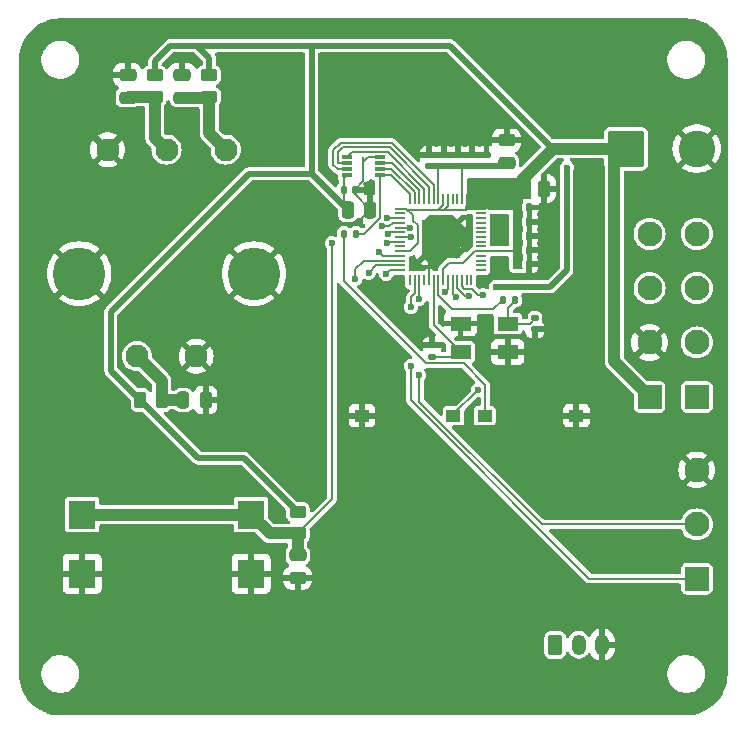
<source format=gtl>
G04 #@! TF.GenerationSoftware,KiCad,Pcbnew,8.0.6*
G04 #@! TF.CreationDate,2025-04-03T21:30:13+02:00*
G04 #@! TF.ProjectId,UV-Controller,55562d43-6f6e-4747-926f-6c6c65722e6b,v2.0*
G04 #@! TF.SameCoordinates,Original*
G04 #@! TF.FileFunction,Copper,L1,Top*
G04 #@! TF.FilePolarity,Positive*
%FSLAX46Y46*%
G04 Gerber Fmt 4.6, Leading zero omitted, Abs format (unit mm)*
G04 Created by KiCad (PCBNEW 8.0.6) date 2025-04-03 21:30:13*
%MOMM*%
%LPD*%
G01*
G04 APERTURE LIST*
G04 Aperture macros list*
%AMRoundRect*
0 Rectangle with rounded corners*
0 $1 Rounding radius*
0 $2 $3 $4 $5 $6 $7 $8 $9 X,Y pos of 4 corners*
0 Add a 4 corners polygon primitive as box body*
4,1,4,$2,$3,$4,$5,$6,$7,$8,$9,$2,$3,0*
0 Add four circle primitives for the rounded corners*
1,1,$1+$1,$2,$3*
1,1,$1+$1,$4,$5*
1,1,$1+$1,$6,$7*
1,1,$1+$1,$8,$9*
0 Add four rect primitives between the rounded corners*
20,1,$1+$1,$2,$3,$4,$5,0*
20,1,$1+$1,$4,$5,$6,$7,0*
20,1,$1+$1,$6,$7,$8,$9,0*
20,1,$1+$1,$8,$9,$2,$3,0*%
G04 Aperture macros list end*
G04 #@! TA.AperFunction,SMDPad,CuDef*
%ADD10RoundRect,0.250000X-0.250000X-0.475000X0.250000X-0.475000X0.250000X0.475000X-0.250000X0.475000X0*%
G04 #@! TD*
G04 #@! TA.AperFunction,SMDPad,CuDef*
%ADD11R,1.800000X1.200000*%
G04 #@! TD*
G04 #@! TA.AperFunction,SMDPad,CuDef*
%ADD12R,0.900000X0.300000*%
G04 #@! TD*
G04 #@! TA.AperFunction,SMDPad,CuDef*
%ADD13R,0.250000X1.650000*%
G04 #@! TD*
G04 #@! TA.AperFunction,ComponentPad*
%ADD14RoundRect,0.249999X-1.300001X-1.300001X1.300001X-1.300001X1.300001X1.300001X-1.300001X1.300001X0*%
G04 #@! TD*
G04 #@! TA.AperFunction,ComponentPad*
%ADD15C,3.100000*%
G04 #@! TD*
G04 #@! TA.AperFunction,ComponentPad*
%ADD16RoundRect,0.250001X0.799999X-0.799999X0.799999X0.799999X-0.799999X0.799999X-0.799999X-0.799999X0*%
G04 #@! TD*
G04 #@! TA.AperFunction,ComponentPad*
%ADD17C,2.100000*%
G04 #@! TD*
G04 #@! TA.AperFunction,ComponentPad*
%ADD18C,1.950000*%
G04 #@! TD*
G04 #@! TA.AperFunction,ComponentPad*
%ADD19C,4.460000*%
G04 #@! TD*
G04 #@! TA.AperFunction,ComponentPad*
%ADD20RoundRect,0.250000X-0.350000X-0.625000X0.350000X-0.625000X0.350000X0.625000X-0.350000X0.625000X0*%
G04 #@! TD*
G04 #@! TA.AperFunction,ComponentPad*
%ADD21O,1.200000X1.750000*%
G04 #@! TD*
G04 #@! TA.AperFunction,SMDPad,CuDef*
%ADD22RoundRect,0.250000X-0.450000X0.262500X-0.450000X-0.262500X0.450000X-0.262500X0.450000X0.262500X0*%
G04 #@! TD*
G04 #@! TA.AperFunction,SMDPad,CuDef*
%ADD23RoundRect,0.135000X-0.135000X-0.185000X0.135000X-0.185000X0.135000X0.185000X-0.135000X0.185000X0*%
G04 #@! TD*
G04 #@! TA.AperFunction,SMDPad,CuDef*
%ADD24RoundRect,0.250000X-0.262500X-0.450000X0.262500X-0.450000X0.262500X0.450000X-0.262500X0.450000X0*%
G04 #@! TD*
G04 #@! TA.AperFunction,SMDPad,CuDef*
%ADD25RoundRect,0.140000X-0.140000X-0.170000X0.140000X-0.170000X0.140000X0.170000X-0.140000X0.170000X0*%
G04 #@! TD*
G04 #@! TA.AperFunction,SMDPad,CuDef*
%ADD26RoundRect,0.250000X-0.475000X0.250000X-0.475000X-0.250000X0.475000X-0.250000X0.475000X0.250000X0*%
G04 #@! TD*
G04 #@! TA.AperFunction,SMDPad,CuDef*
%ADD27RoundRect,0.140000X-0.170000X0.140000X-0.170000X-0.140000X0.170000X-0.140000X0.170000X0.140000X0*%
G04 #@! TD*
G04 #@! TA.AperFunction,SMDPad,CuDef*
%ADD28RoundRect,0.250000X0.475000X-0.250000X0.475000X0.250000X-0.475000X0.250000X-0.475000X-0.250000X0*%
G04 #@! TD*
G04 #@! TA.AperFunction,SMDPad,CuDef*
%ADD29R,2.300000X2.400000*%
G04 #@! TD*
G04 #@! TA.AperFunction,SMDPad,CuDef*
%ADD30RoundRect,0.050000X-0.387500X-0.050000X0.387500X-0.050000X0.387500X0.050000X-0.387500X0.050000X0*%
G04 #@! TD*
G04 #@! TA.AperFunction,SMDPad,CuDef*
%ADD31RoundRect,0.050000X-0.050000X-0.387500X0.050000X-0.387500X0.050000X0.387500X-0.050000X0.387500X0*%
G04 #@! TD*
G04 #@! TA.AperFunction,HeatsinkPad*
%ADD32C,0.600000*%
G04 #@! TD*
G04 #@! TA.AperFunction,HeatsinkPad*
%ADD33R,3.200000X3.200000*%
G04 #@! TD*
G04 #@! TA.AperFunction,SMDPad,CuDef*
%ADD34RoundRect,0.140000X0.170000X-0.140000X0.170000X0.140000X-0.170000X0.140000X-0.170000X-0.140000X0*%
G04 #@! TD*
G04 #@! TA.AperFunction,SMDPad,CuDef*
%ADD35RoundRect,0.135000X0.135000X0.185000X-0.135000X0.185000X-0.135000X-0.185000X0.135000X-0.185000X0*%
G04 #@! TD*
G04 #@! TA.AperFunction,SMDPad,CuDef*
%ADD36R,1.250000X1.000000*%
G04 #@! TD*
G04 #@! TA.AperFunction,ViaPad*
%ADD37C,0.600000*%
G04 #@! TD*
G04 #@! TA.AperFunction,Conductor*
%ADD38C,0.200000*%
G04 #@! TD*
G04 #@! TA.AperFunction,Conductor*
%ADD39C,0.500000*%
G04 #@! TD*
G04 #@! TA.AperFunction,Conductor*
%ADD40C,1.000000*%
G04 #@! TD*
G04 APERTURE END LIST*
D10*
X160162500Y-84375000D03*
X162062500Y-84375000D03*
D11*
X155000000Y-98200000D03*
X159000000Y-98200000D03*
X159000000Y-95800000D03*
X155000000Y-95800000D03*
D12*
X148162500Y-83225000D03*
X148162500Y-82725000D03*
X148162500Y-82225000D03*
X148162500Y-81725000D03*
X145362500Y-81725000D03*
X145362500Y-82225000D03*
X145362500Y-82725000D03*
X145362500Y-83225000D03*
D13*
X146762500Y-82475000D03*
D14*
X169000000Y-81000000D03*
D15*
X175000000Y-81000000D03*
D16*
X175000000Y-117400000D03*
D17*
X175000000Y-112800000D03*
X175000000Y-108200000D03*
D18*
X135112500Y-81075000D03*
X130112500Y-81075000D03*
X125112500Y-81075000D03*
X132612500Y-98575000D03*
X127612500Y-98575000D03*
D19*
X137512500Y-91575000D03*
X122712500Y-91575000D03*
D16*
X171000000Y-102000000D03*
D17*
X171000000Y-97400000D03*
X171000000Y-92800000D03*
X171000000Y-88200000D03*
D20*
X163000000Y-123000000D03*
D21*
X165000000Y-123000000D03*
X167000000Y-123000000D03*
D16*
X175000000Y-102000000D03*
D17*
X175000000Y-97400000D03*
X175000000Y-92800000D03*
X175000000Y-88200000D03*
D22*
X129112500Y-74775000D03*
X129112500Y-76600000D03*
D23*
X158580000Y-93800000D03*
X159600000Y-93800000D03*
D24*
X127887500Y-102275000D03*
X129712500Y-102275000D03*
D10*
X145462500Y-86175000D03*
X147362500Y-86175000D03*
D25*
X159862500Y-89575000D03*
X160822500Y-89575000D03*
D26*
X141212500Y-115425000D03*
X141212500Y-117325000D03*
D27*
X152600000Y-97640000D03*
X152600000Y-98600000D03*
D25*
X145102500Y-84475000D03*
X146062500Y-84475000D03*
D28*
X126812500Y-76675000D03*
X126812500Y-74775000D03*
D25*
X159862500Y-85975000D03*
X160822500Y-85975000D03*
X159862500Y-90775000D03*
X160822500Y-90775000D03*
D29*
X137262500Y-116975000D03*
X122962500Y-116975000D03*
X137262500Y-111975000D03*
X122962500Y-111975000D03*
D30*
X149887500Y-86075000D03*
X149887500Y-86475000D03*
X149887500Y-86875000D03*
X149887500Y-87275000D03*
X149887500Y-87675000D03*
X149887500Y-88075000D03*
X149887500Y-88475000D03*
X149887500Y-88875000D03*
X149887500Y-89275000D03*
X149887500Y-89675000D03*
X149887500Y-90075000D03*
X149887500Y-90475000D03*
X149887500Y-90875000D03*
X149887500Y-91275000D03*
D31*
X150725000Y-92112500D03*
X151125000Y-92112500D03*
X151525000Y-92112500D03*
X151925000Y-92112500D03*
X152325000Y-92112500D03*
X152725000Y-92112500D03*
X153125000Y-92112500D03*
X153525000Y-92112500D03*
X153925000Y-92112500D03*
X154325000Y-92112500D03*
X154725000Y-92112500D03*
X155125000Y-92112500D03*
X155525000Y-92112500D03*
X155925000Y-92112500D03*
D30*
X156762500Y-91275000D03*
X156762500Y-90875000D03*
X156762500Y-90475000D03*
X156762500Y-90075000D03*
X156762500Y-89675000D03*
X156762500Y-89275000D03*
X156762500Y-88875000D03*
X156762500Y-88475000D03*
X156762500Y-88075000D03*
X156762500Y-87675000D03*
X156762500Y-87275000D03*
X156762500Y-86875000D03*
X156762500Y-86475000D03*
X156762500Y-86075000D03*
D31*
X155925000Y-85237500D03*
X155525000Y-85237500D03*
X155125000Y-85237500D03*
X154725000Y-85237500D03*
X154325000Y-85237500D03*
X153925000Y-85237500D03*
X153525000Y-85237500D03*
X153125000Y-85237500D03*
X152725000Y-85237500D03*
X152325000Y-85237500D03*
X151925000Y-85237500D03*
X151525000Y-85237500D03*
X151125000Y-85237500D03*
X150725000Y-85237500D03*
D32*
X151975000Y-87325000D03*
X151975000Y-90025000D03*
D33*
X153325000Y-88675000D03*
D32*
X154675000Y-87325000D03*
X154675000Y-90025000D03*
D22*
X141212500Y-111750000D03*
X141212500Y-113575000D03*
D28*
X131412500Y-76675000D03*
X131412500Y-74775000D03*
D34*
X153562500Y-82500000D03*
X153562500Y-81540000D03*
D28*
X158900000Y-82200000D03*
X158900000Y-80300000D03*
D10*
X131512500Y-102275000D03*
X133412500Y-102275000D03*
D35*
X146162500Y-88200000D03*
X145142500Y-88200000D03*
D34*
X154800000Y-82500000D03*
X154800000Y-81540000D03*
D22*
X133712500Y-74775000D03*
X133712500Y-76600000D03*
D25*
X159862500Y-88375000D03*
X160822500Y-88375000D03*
D36*
X164800000Y-103600000D03*
X157050000Y-103600000D03*
X146650000Y-103600000D03*
X154400000Y-103600000D03*
D34*
X152362500Y-82500000D03*
X152362500Y-81540000D03*
X156000000Y-82500000D03*
X156000000Y-81540000D03*
X157200000Y-82500000D03*
X157200000Y-81540000D03*
X161300000Y-96300000D03*
X161300000Y-95340000D03*
D25*
X159862500Y-87175000D03*
X160822500Y-87175000D03*
D37*
X146500000Y-87100000D03*
X132500000Y-73500000D03*
X147500000Y-112500000D03*
X152500000Y-122500000D03*
X137500000Y-122500000D03*
X122500000Y-97500000D03*
X137500000Y-77500000D03*
X152500000Y-117500000D03*
X127500000Y-107500000D03*
X167500000Y-107500000D03*
X147500000Y-122500000D03*
X127500000Y-127500000D03*
X153000000Y-100700000D03*
X162500000Y-97500000D03*
X147500000Y-77500000D03*
X137500000Y-102500000D03*
X122500000Y-102500000D03*
X157500000Y-112500000D03*
X157500000Y-77500000D03*
X147500000Y-107500000D03*
X167500000Y-72500000D03*
X152500000Y-112500000D03*
X127500000Y-72500000D03*
X122500000Y-77500000D03*
X132500000Y-127500000D03*
X142500000Y-107500000D03*
X132500000Y-122500000D03*
X167500000Y-77500000D03*
X152500000Y-77500000D03*
X157500000Y-127500000D03*
X122500000Y-107500000D03*
X152500000Y-127500000D03*
X130500000Y-73500000D03*
X147200000Y-84400000D03*
X162500000Y-77500000D03*
X172500000Y-122500000D03*
X162500000Y-72500000D03*
X142500000Y-102500000D03*
X167500000Y-102500000D03*
X142500000Y-127500000D03*
X127500000Y-82500000D03*
X122500000Y-82500000D03*
X152500000Y-107500000D03*
X165800000Y-82400000D03*
X147500000Y-127500000D03*
X122500000Y-87500000D03*
X172500000Y-107500000D03*
X165500000Y-85900000D03*
X162400000Y-90500000D03*
X151100000Y-80600000D03*
X127500000Y-117500000D03*
X165000000Y-88600000D03*
X132500000Y-117500000D03*
X127500000Y-122500000D03*
X162500000Y-107500000D03*
X157500000Y-122500000D03*
X142500000Y-122500000D03*
X147500000Y-117500000D03*
X127500000Y-87500000D03*
X162500000Y-102500000D03*
X165700000Y-93200000D03*
X152400000Y-96700000D03*
X122500000Y-122500000D03*
X173400000Y-83800000D03*
X137500000Y-127500000D03*
X158300000Y-88300000D03*
X158421681Y-90426486D03*
X153725000Y-93100000D03*
X158000000Y-92700000D03*
X164000000Y-82600000D03*
X158800000Y-82300000D03*
X155750735Y-93499265D03*
X154582212Y-93517788D03*
X146100000Y-92000000D03*
X147213235Y-91500000D03*
X148100000Y-89761765D03*
X144100000Y-89000000D03*
X148700000Y-91600000D03*
X151500000Y-93700000D03*
X151500000Y-100200000D03*
X150800000Y-99400000D03*
X150800000Y-94400000D03*
X150712607Y-87691040D03*
X148356239Y-87565642D03*
X148800000Y-89000000D03*
X148867342Y-88181091D03*
X150800000Y-88500000D03*
X148800000Y-86900000D03*
X156500000Y-101400000D03*
X156900000Y-93400000D03*
D38*
X146500000Y-87037500D02*
X147362500Y-86175000D01*
X146500000Y-87100000D02*
X146500000Y-87037500D01*
X146847244Y-88200000D02*
X148162500Y-86884744D01*
X146162500Y-88200000D02*
X146847244Y-88200000D01*
X148162500Y-86884744D02*
X148162500Y-83225000D01*
X151400000Y-89000000D02*
X150725000Y-89675000D01*
X150725000Y-89675000D02*
X149887500Y-89675000D01*
X151400000Y-87500000D02*
X151400000Y-89000000D01*
X151000000Y-86653640D02*
X151000000Y-87100000D01*
X150421360Y-86075000D02*
X151000000Y-86653640D01*
X151000000Y-87100000D02*
X151400000Y-87500000D01*
X156228640Y-89675000D02*
X156762500Y-89675000D01*
X155203640Y-90700000D02*
X156228640Y-89675000D01*
X154000000Y-90700000D02*
X155203640Y-90700000D01*
X153525000Y-92112500D02*
X153525000Y-91175000D01*
X153525000Y-91175000D02*
X154000000Y-90700000D01*
X146762500Y-83775000D02*
X146062500Y-84475000D01*
X148162500Y-81725000D02*
X147175000Y-81725000D01*
X146762500Y-82137500D02*
X146762500Y-82475000D01*
X152325000Y-92112500D02*
X152325000Y-90375000D01*
X152325000Y-90375000D02*
X151975000Y-90025000D01*
X146762500Y-82475000D02*
X146762500Y-83775000D01*
X146062500Y-84475000D02*
X146062500Y-84875000D01*
X146062500Y-84875000D02*
X147362500Y-86175000D01*
X147175000Y-81725000D02*
X146762500Y-82137500D01*
X153125000Y-85237500D02*
X153125000Y-82500000D01*
D39*
X164000000Y-82600000D02*
X164000000Y-91300000D01*
X152362500Y-82500000D02*
X157200000Y-82500000D01*
D38*
X155125000Y-82500000D02*
X154800000Y-82500000D01*
X155125000Y-85237500D02*
X155125000Y-82500000D01*
X153125000Y-82500000D02*
X153562500Y-82500000D01*
D39*
X164000000Y-91300000D02*
X163100000Y-92200000D01*
X158600000Y-82500000D02*
X158800000Y-82300000D01*
X162600000Y-92700000D02*
X158000000Y-92700000D01*
D38*
X153925000Y-92900000D02*
X153925000Y-92112500D01*
X153725000Y-93100000D02*
X153925000Y-92900000D01*
D39*
X158800000Y-82300000D02*
X158900000Y-82200000D01*
X163100000Y-92200000D02*
X162600000Y-92700000D01*
X157200000Y-82500000D02*
X158600000Y-82500000D01*
D38*
X152600000Y-98600000D02*
X154600000Y-98600000D01*
X152725000Y-95925000D02*
X155000000Y-98200000D01*
X152725000Y-92112500D02*
X152725000Y-95925000D01*
X154600000Y-98600000D02*
X155000000Y-98200000D01*
X159600000Y-93900000D02*
X159000000Y-94500000D01*
X159000000Y-94500000D02*
X159000000Y-95800000D01*
X159000000Y-95800000D02*
X160840000Y-95800000D01*
X159600000Y-93800000D02*
X159600000Y-93900000D01*
X160840000Y-95800000D02*
X161300000Y-95340000D01*
D39*
X125400000Y-99787500D02*
X127887500Y-102275000D01*
X143800000Y-72300000D02*
X154112500Y-72300000D01*
D38*
X155525000Y-86075000D02*
X155525000Y-85237500D01*
D39*
X137087500Y-83112500D02*
X125400000Y-94800000D01*
D38*
X150523180Y-86176820D02*
X153119540Y-86176820D01*
X153623180Y-86176820D02*
X155423180Y-86176820D01*
D39*
X132812500Y-107200000D02*
X136662500Y-107200000D01*
D38*
X156762500Y-89675000D02*
X159762500Y-89675000D01*
X153119540Y-86176820D02*
X153525000Y-85771360D01*
D39*
X142400000Y-72300000D02*
X142400000Y-83112500D01*
D40*
X168000000Y-99000000D02*
X171000000Y-102000000D01*
D39*
X125400000Y-94800000D02*
X125400000Y-99787500D01*
X130400000Y-72300000D02*
X132700000Y-72300000D01*
X142400000Y-83112500D02*
X145462500Y-86175000D01*
X142400000Y-83112500D02*
X137087500Y-83112500D01*
D38*
X145102500Y-83485000D02*
X145362500Y-83225000D01*
D39*
X136662500Y-107200000D02*
X141212500Y-111750000D01*
D38*
X145102500Y-85815000D02*
X145462500Y-86175000D01*
D40*
X162812500Y-81000000D02*
X160162500Y-83650000D01*
D38*
X159762500Y-89675000D02*
X159862500Y-89575000D01*
X155525000Y-86075000D02*
X156762500Y-86075000D01*
X155423180Y-86176820D02*
X155525000Y-86075000D01*
D40*
X169000000Y-81000000D02*
X168000000Y-82000000D01*
D39*
X143800000Y-72300000D02*
X142400000Y-72300000D01*
X133712500Y-73312500D02*
X133712500Y-74775000D01*
X132700000Y-72300000D02*
X143800000Y-72300000D01*
X132700000Y-72300000D02*
X133712500Y-73312500D01*
X154112500Y-72300000D02*
X162812500Y-81000000D01*
D38*
X153525000Y-85771360D02*
X153525000Y-85237500D01*
X153623180Y-86176820D02*
X153925000Y-85875000D01*
D40*
X169000000Y-81000000D02*
X162812500Y-81000000D01*
D38*
X153925000Y-85875000D02*
X153925000Y-85237500D01*
D40*
X160162500Y-83650000D02*
X160162500Y-84375000D01*
D39*
X129112500Y-73587500D02*
X130400000Y-72300000D01*
X127887500Y-102275000D02*
X132812500Y-107200000D01*
D40*
X168000000Y-82000000D02*
X168000000Y-99000000D01*
D38*
X145102500Y-84475000D02*
X145102500Y-85815000D01*
X153119540Y-86176820D02*
X153623180Y-86176820D01*
D39*
X129112500Y-74775000D02*
X129112500Y-73587500D01*
D38*
X150421360Y-86075000D02*
X149887500Y-86075000D01*
X145102500Y-84475000D02*
X145102500Y-83485000D01*
X150421360Y-86075000D02*
X150523180Y-86176820D01*
X155412219Y-93499265D02*
X155750735Y-93499265D01*
X154725000Y-92112500D02*
X154725000Y-92812046D01*
X154725000Y-92812046D02*
X155412219Y-93499265D01*
X154325000Y-92112500D02*
X154325000Y-93260576D01*
X154325000Y-93260576D02*
X154582212Y-93517788D01*
X158580000Y-93800000D02*
X157780000Y-94600000D01*
X153125000Y-93425000D02*
X153125000Y-92112500D01*
X157780000Y-94600000D02*
X154300000Y-94600000D01*
X154300000Y-94600000D02*
X153125000Y-93425000D01*
X146825000Y-90475000D02*
X146100000Y-91200000D01*
D40*
X129712500Y-102275000D02*
X131512500Y-102275000D01*
X129712500Y-100675000D02*
X129712500Y-102275000D01*
D38*
X146100000Y-91200000D02*
X146100000Y-92000000D01*
D40*
X127612500Y-98575000D02*
X129712500Y-100675000D01*
D38*
X149887500Y-90475000D02*
X146825000Y-90475000D01*
D40*
X129112500Y-76600000D02*
X126887500Y-76600000D01*
D38*
X147213235Y-91500000D02*
X147838235Y-90875000D01*
X147838235Y-90875000D02*
X149887500Y-90875000D01*
D40*
X126887500Y-76600000D02*
X126812500Y-76675000D01*
X129112500Y-80075000D02*
X130112500Y-81075000D01*
X129112500Y-76600000D02*
X129112500Y-80075000D01*
D38*
X148413235Y-90075000D02*
X149887500Y-90075000D01*
D40*
X122962500Y-111975000D02*
X137262500Y-111975000D01*
D38*
X141212500Y-113575000D02*
X144100000Y-110687500D01*
X144100000Y-110687500D02*
X144100000Y-89000000D01*
D40*
X138862500Y-113575000D02*
X141212500Y-113575000D01*
X141212500Y-115425000D02*
X141212500Y-113575000D01*
X137262500Y-111975000D02*
X138862500Y-113575000D01*
D38*
X148100000Y-89761765D02*
X148413235Y-90075000D01*
X149025000Y-91275000D02*
X149887500Y-91275000D01*
D40*
X133712500Y-79675000D02*
X135112500Y-81075000D01*
X133712500Y-76600000D02*
X133712500Y-79675000D01*
D38*
X148700000Y-91600000D02*
X149025000Y-91275000D01*
D40*
X133637500Y-76675000D02*
X133712500Y-76600000D01*
X131412500Y-76675000D02*
X133637500Y-76675000D01*
D38*
X145362500Y-81725000D02*
X145812500Y-81275000D01*
X151925000Y-84372268D02*
X151925000Y-85237500D01*
X145812500Y-81275000D02*
X148827732Y-81275000D01*
X148827732Y-81275000D02*
X151925000Y-84372268D01*
X148162500Y-82725000D02*
X149146360Y-82725000D01*
X151125000Y-84703640D02*
X151125000Y-85237500D01*
X149146360Y-82725000D02*
X151125000Y-84703640D01*
X149212046Y-82225000D02*
X151525000Y-84537954D01*
X151525000Y-84537954D02*
X151525000Y-85237500D01*
X148162500Y-82225000D02*
X149212046Y-82225000D01*
X145362500Y-82725000D02*
X144596814Y-82725000D01*
X152725000Y-84040896D02*
X152725000Y-85237500D01*
X144212500Y-81109314D02*
X144846814Y-80475000D01*
X149159104Y-80475000D02*
X152725000Y-84040896D01*
X144596814Y-82725000D02*
X144212500Y-82340686D01*
X144212500Y-82340686D02*
X144212500Y-81109314D01*
X144846814Y-80475000D02*
X149159104Y-80475000D01*
X145012500Y-80875000D02*
X148993418Y-80875000D01*
X152325000Y-84206582D02*
X152325000Y-85237500D01*
X144612500Y-81275000D02*
X145012500Y-80875000D01*
X144662500Y-82225000D02*
X144612500Y-82175000D01*
X148993418Y-80875000D02*
X152325000Y-84206582D01*
X144612500Y-82175000D02*
X144612500Y-81275000D01*
X145362500Y-82225000D02*
X144662500Y-82225000D01*
X150725000Y-84869326D02*
X150725000Y-85237500D01*
X149080674Y-83225000D02*
X150725000Y-84869326D01*
X148162500Y-83225000D02*
X149080674Y-83225000D01*
X151500000Y-100200000D02*
X151500000Y-102425000D01*
X151525000Y-93675000D02*
X151525000Y-92112500D01*
X151500000Y-102425000D02*
X161875000Y-112800000D01*
X151500000Y-93700000D02*
X151525000Y-93675000D01*
X161875000Y-112800000D02*
X175000000Y-112800000D01*
X150800000Y-93551471D02*
X151125000Y-93226471D01*
X150800000Y-94400000D02*
X150800000Y-93551471D01*
X150800000Y-99400000D02*
X150800000Y-102290686D01*
X165909314Y-117400000D02*
X175000000Y-117400000D01*
X151125000Y-93226471D02*
X151125000Y-92112500D01*
X150800000Y-102290686D02*
X165909314Y-117400000D01*
X149887500Y-87675000D02*
X150696567Y-87675000D01*
X150696567Y-87675000D02*
X150712607Y-87691040D01*
X149273529Y-87275000D02*
X148982887Y-87565642D01*
X149887500Y-87275000D02*
X149273529Y-87275000D01*
X148982887Y-87565642D02*
X148356239Y-87565642D01*
X148925000Y-88875000D02*
X148800000Y-89000000D01*
X149887500Y-88875000D02*
X148925000Y-88875000D01*
X149887500Y-88075000D02*
X148973433Y-88075000D01*
X148973433Y-88075000D02*
X148867342Y-88181091D01*
X150775000Y-88475000D02*
X150800000Y-88500000D01*
X149887500Y-88475000D02*
X150775000Y-88475000D01*
X148825000Y-86875000D02*
X148800000Y-86900000D01*
X149887500Y-86875000D02*
X148825000Y-86875000D01*
X157100000Y-103550000D02*
X157100000Y-101000000D01*
X155280000Y-99180000D02*
X152080000Y-99180000D01*
X157100000Y-101000000D02*
X155280000Y-99180000D01*
X157050000Y-103600000D02*
X157100000Y-103550000D01*
X145142500Y-92242500D02*
X145142500Y-87975000D01*
X152080000Y-99180000D02*
X145142500Y-92242500D01*
X155950000Y-92850000D02*
X156500000Y-93400000D01*
X155125000Y-92646360D02*
X155328640Y-92850000D01*
X155328640Y-92850000D02*
X155950000Y-92850000D01*
X154400000Y-103500000D02*
X154400000Y-103600000D01*
X156500000Y-93400000D02*
X156900000Y-93400000D01*
X156500000Y-101400000D02*
X154400000Y-103500000D01*
X155125000Y-92112500D02*
X155125000Y-92646360D01*
G04 #@! TA.AperFunction,Conductor*
G36*
X160959191Y-83518907D02*
G01*
X160995155Y-83568407D01*
X161000000Y-83599000D01*
X161000000Y-85201000D01*
X160981093Y-85259191D01*
X160931593Y-85295155D01*
X160901000Y-85300000D01*
X160300000Y-85300000D01*
X160300000Y-85300001D01*
X160300000Y-85550811D01*
X160290384Y-85589591D01*
X160291098Y-85589841D01*
X160244791Y-85722176D01*
X160244789Y-85722185D01*
X160242000Y-85751923D01*
X160242000Y-86198076D01*
X160244789Y-86227814D01*
X160244791Y-86227823D01*
X160291098Y-86360160D01*
X160290382Y-86360410D01*
X160300000Y-86399188D01*
X160300000Y-86750811D01*
X160290384Y-86789591D01*
X160291098Y-86789841D01*
X160244791Y-86922176D01*
X160244789Y-86922185D01*
X160242000Y-86951923D01*
X160242000Y-87398076D01*
X160244789Y-87427814D01*
X160244791Y-87427823D01*
X160291098Y-87560160D01*
X160290382Y-87560410D01*
X160300000Y-87599188D01*
X160300000Y-87950811D01*
X160290384Y-87989591D01*
X160291098Y-87989841D01*
X160244791Y-88122176D01*
X160244789Y-88122185D01*
X160242000Y-88151923D01*
X160242000Y-88598076D01*
X160244789Y-88627814D01*
X160244791Y-88627823D01*
X160291098Y-88760160D01*
X160290382Y-88760410D01*
X160300000Y-88799188D01*
X160300000Y-89150811D01*
X160290384Y-89189591D01*
X160291098Y-89189841D01*
X160244791Y-89322176D01*
X160244789Y-89322185D01*
X160242000Y-89351923D01*
X160242000Y-89798076D01*
X160244789Y-89827814D01*
X160244791Y-89827823D01*
X160291098Y-89960160D01*
X160290382Y-89960410D01*
X160300000Y-89999188D01*
X160300000Y-90350811D01*
X160290384Y-90389591D01*
X160291098Y-90389841D01*
X160244791Y-90522176D01*
X160244789Y-90522185D01*
X160242000Y-90551923D01*
X160242000Y-90998076D01*
X160244789Y-91027814D01*
X160244790Y-91027818D01*
X160258956Y-91068303D01*
X160260328Y-91129473D01*
X160225484Y-91179767D01*
X160167732Y-91199975D01*
X160165511Y-91200000D01*
X159499000Y-91200000D01*
X159440809Y-91181093D01*
X159404845Y-91131593D01*
X159400000Y-91101000D01*
X159400000Y-86200001D01*
X159400000Y-86200000D01*
X159399999Y-86200000D01*
X157461689Y-86200000D01*
X157403498Y-86181093D01*
X157391686Y-86171004D01*
X157356484Y-86135803D01*
X157356483Y-86135802D01*
X157347873Y-86131593D01*
X157251395Y-86084427D01*
X157224139Y-86080456D01*
X157183260Y-86074500D01*
X156341740Y-86074500D01*
X156307673Y-86079463D01*
X156273604Y-86084427D01*
X156168518Y-86135801D01*
X156168515Y-86135803D01*
X156133314Y-86171004D01*
X156078797Y-86198781D01*
X156063311Y-86200000D01*
X155499000Y-86200000D01*
X155440809Y-86181093D01*
X155404845Y-86131593D01*
X155400000Y-86101000D01*
X155400000Y-85936688D01*
X155418907Y-85878497D01*
X155428990Y-85866690D01*
X155464198Y-85831483D01*
X155515573Y-85726393D01*
X155525500Y-85658260D01*
X155525500Y-84816740D01*
X155525500Y-83599000D01*
X155544407Y-83540809D01*
X155593907Y-83504845D01*
X155624500Y-83500000D01*
X160901000Y-83500000D01*
X160959191Y-83518907D01*
G37*
G04 #@! TD.AperFunction*
G04 #@! TA.AperFunction,Conductor*
G36*
X142184757Y-83682962D02*
G01*
X142215616Y-83706641D01*
X144618359Y-86109384D01*
X144656923Y-86176179D01*
X144662000Y-86214743D01*
X144662000Y-86693105D01*
X144672622Y-86781563D01*
X144728138Y-86922341D01*
X144818819Y-87041922D01*
X144819578Y-87042922D01*
X144940158Y-87134361D01*
X145080936Y-87189877D01*
X145169398Y-87200500D01*
X145169399Y-87200500D01*
X145755601Y-87200500D01*
X145755602Y-87200500D01*
X145844064Y-87189877D01*
X145984842Y-87134361D01*
X146105422Y-87042922D01*
X146177247Y-86948206D01*
X146238166Y-86900908D01*
X146314575Y-86890405D01*
X146385999Y-86919514D01*
X146421247Y-86963179D01*
X146423587Y-86961736D01*
X146520180Y-87118340D01*
X146644159Y-87242319D01*
X146793379Y-87334358D01*
X146829300Y-87346261D01*
X146893740Y-87388643D01*
X146928355Y-87457567D01*
X146923870Y-87534565D01*
X146887792Y-87593056D01*
X146796454Y-87684395D01*
X146729660Y-87722960D01*
X146652532Y-87722960D01*
X146602617Y-87698922D01*
X146503294Y-87625619D01*
X146379379Y-87582259D01*
X146379376Y-87582258D01*
X146379374Y-87582258D01*
X146349957Y-87579500D01*
X145975047Y-87579500D01*
X145975024Y-87579502D01*
X145945621Y-87582258D01*
X145945614Y-87582260D01*
X145821707Y-87625617D01*
X145821706Y-87625618D01*
X145740979Y-87685198D01*
X145669183Y-87713376D01*
X145592916Y-87701881D01*
X145564021Y-87685198D01*
X145483295Y-87625619D01*
X145443857Y-87611819D01*
X145359379Y-87582259D01*
X145359376Y-87582258D01*
X145359374Y-87582258D01*
X145329966Y-87579500D01*
X145329957Y-87579500D01*
X145233504Y-87579500D01*
X145204916Y-87575736D01*
X145204911Y-87575775D01*
X145195228Y-87574500D01*
X145195227Y-87574500D01*
X145089773Y-87574500D01*
X145089769Y-87574500D01*
X145080089Y-87575774D01*
X145080084Y-87575737D01*
X145051495Y-87579500D01*
X144955048Y-87579500D01*
X144955024Y-87579502D01*
X144925621Y-87582258D01*
X144925614Y-87582260D01*
X144801707Y-87625617D01*
X144801705Y-87625618D01*
X144696080Y-87703574D01*
X144696074Y-87703580D01*
X144618120Y-87809203D01*
X144574758Y-87933125D01*
X144572000Y-87962534D01*
X144572000Y-88322538D01*
X144552038Y-88397038D01*
X144497500Y-88451576D01*
X144423000Y-88471538D01*
X144365981Y-88460196D01*
X144256762Y-88414956D01*
X144256760Y-88414955D01*
X144256756Y-88414954D01*
X144256759Y-88414954D01*
X144100003Y-88394318D01*
X144099997Y-88394318D01*
X143943242Y-88414954D01*
X143797159Y-88475463D01*
X143671718Y-88571717D01*
X143671717Y-88571718D01*
X143575463Y-88697159D01*
X143514954Y-88843242D01*
X143494318Y-88999997D01*
X143494318Y-89000002D01*
X143514954Y-89156757D01*
X143575462Y-89302838D01*
X143575463Y-89302840D01*
X143575464Y-89302841D01*
X143668711Y-89424364D01*
X143698225Y-89495617D01*
X143699500Y-89515066D01*
X143699500Y-110459889D01*
X143679538Y-110534389D01*
X143655859Y-110565248D01*
X142467359Y-111753748D01*
X142400564Y-111792312D01*
X142323436Y-111792312D01*
X142256641Y-111753748D01*
X142218077Y-111686953D01*
X142213000Y-111648389D01*
X142213000Y-111444399D01*
X142213000Y-111444398D01*
X142202377Y-111355936D01*
X142146861Y-111215158D01*
X142055422Y-111094578D01*
X142055420Y-111094576D01*
X141964329Y-111025500D01*
X141934842Y-111003139D01*
X141934841Y-111003138D01*
X141794063Y-110947622D01*
X141705605Y-110937000D01*
X141705602Y-110937000D01*
X141239743Y-110937000D01*
X141165243Y-110917038D01*
X141134384Y-110893359D01*
X137000515Y-106759490D01*
X136934376Y-106721305D01*
X136874985Y-106687016D01*
X136734975Y-106649500D01*
X133102243Y-106649500D01*
X133027743Y-106629538D01*
X132996884Y-106605859D01*
X129920675Y-103529650D01*
X129882111Y-103462855D01*
X129882111Y-103385727D01*
X129920675Y-103318932D01*
X129987470Y-103280368D01*
X130013691Y-103276117D01*
X130013681Y-103276031D01*
X130015786Y-103275778D01*
X130017157Y-103275556D01*
X130018093Y-103275500D01*
X130018102Y-103275500D01*
X130106564Y-103264877D01*
X130247342Y-103209361D01*
X130367922Y-103117922D01*
X130367921Y-103117922D01*
X130376043Y-103111764D01*
X130377089Y-103113144D01*
X130433498Y-103080577D01*
X130472062Y-103075500D01*
X130744444Y-103075500D01*
X130818944Y-103095462D01*
X130863164Y-103134464D01*
X130869578Y-103142922D01*
X130990158Y-103234361D01*
X131130936Y-103289877D01*
X131219398Y-103300500D01*
X131219399Y-103300500D01*
X131805601Y-103300500D01*
X131805602Y-103300500D01*
X131894064Y-103289877D01*
X132034842Y-103234361D01*
X132155422Y-103142922D01*
X132227247Y-103048206D01*
X132288166Y-103000908D01*
X132364575Y-102990405D01*
X132435999Y-103019514D01*
X132471247Y-103063179D01*
X132473587Y-103061736D01*
X132570180Y-103218340D01*
X132694159Y-103342319D01*
X132843378Y-103434357D01*
X133009802Y-103489505D01*
X133009811Y-103489507D01*
X133112516Y-103499999D01*
X133162500Y-103499999D01*
X133662500Y-103499999D01*
X133712474Y-103499999D01*
X133815196Y-103489505D01*
X133981621Y-103434357D01*
X134130840Y-103342319D01*
X134254819Y-103218340D01*
X134346857Y-103069121D01*
X134402005Y-102902697D01*
X134402007Y-102902688D01*
X134412499Y-102799989D01*
X134412500Y-102799979D01*
X134412500Y-102525000D01*
X133662500Y-102525000D01*
X133662500Y-103499999D01*
X133162500Y-103499999D01*
X133162500Y-102025000D01*
X133662500Y-102025000D01*
X134412499Y-102025000D01*
X134412499Y-101750026D01*
X134402005Y-101647303D01*
X134346857Y-101480878D01*
X134254819Y-101331659D01*
X134130840Y-101207680D01*
X133981621Y-101115642D01*
X133815197Y-101060494D01*
X133815188Y-101060492D01*
X133712489Y-101050000D01*
X133662500Y-101050000D01*
X133662500Y-102025000D01*
X133162500Y-102025000D01*
X133162500Y-101050000D01*
X133112525Y-101050000D01*
X133009803Y-101060494D01*
X132843378Y-101115642D01*
X132694159Y-101207680D01*
X132570180Y-101331659D01*
X132473587Y-101488264D01*
X132470997Y-101486666D01*
X132431411Y-101533828D01*
X132358930Y-101560195D01*
X132282976Y-101546789D01*
X132227245Y-101501791D01*
X132215775Y-101486666D01*
X132174379Y-101432076D01*
X132155423Y-101407079D01*
X132155420Y-101407076D01*
X132067809Y-101340639D01*
X132034842Y-101315639D01*
X132034841Y-101315638D01*
X131894063Y-101260122D01*
X131805605Y-101249500D01*
X131805602Y-101249500D01*
X131219398Y-101249500D01*
X131219394Y-101249500D01*
X131130936Y-101260122D01*
X130990158Y-101315638D01*
X130990158Y-101315639D01*
X130869581Y-101407075D01*
X130869579Y-101407077D01*
X130863166Y-101415534D01*
X130802244Y-101462832D01*
X130744444Y-101474500D01*
X130662000Y-101474500D01*
X130587500Y-101454538D01*
X130532962Y-101400000D01*
X130513000Y-101325500D01*
X130513000Y-100596157D01*
X130502619Y-100543968D01*
X130482237Y-100441502D01*
X130447136Y-100356762D01*
X130421894Y-100295821D01*
X130334289Y-100164711D01*
X130222789Y-100053211D01*
X128930070Y-98760492D01*
X128891506Y-98693697D01*
X128886996Y-98642151D01*
X128892872Y-98575000D01*
X128892872Y-98574998D01*
X131132445Y-98574998D01*
X131132445Y-98575001D01*
X131152631Y-98818610D01*
X131212638Y-99055575D01*
X131310827Y-99279422D01*
X131310829Y-99279425D01*
X131407125Y-99426818D01*
X132011457Y-98822486D01*
X132036478Y-98882890D01*
X132107612Y-98989351D01*
X132198149Y-99079888D01*
X132304610Y-99151022D01*
X132365011Y-99176041D01*
X131760258Y-99780794D01*
X131760258Y-99780795D01*
X131802982Y-99814048D01*
X131802988Y-99814052D01*
X132017968Y-99930394D01*
X132249162Y-100009764D01*
X132490280Y-100049999D01*
X132490280Y-100050000D01*
X132734720Y-100050000D01*
X132734719Y-100049999D01*
X132975837Y-100009764D01*
X133207031Y-99930394D01*
X133422013Y-99814051D01*
X133422022Y-99814045D01*
X133464740Y-99780796D01*
X133464741Y-99780794D01*
X132859988Y-99176041D01*
X132920390Y-99151022D01*
X133026851Y-99079888D01*
X133117388Y-98989351D01*
X133188522Y-98882890D01*
X133213541Y-98822488D01*
X133817872Y-99426819D01*
X133817873Y-99426818D01*
X133914169Y-99279429D01*
X133914174Y-99279419D01*
X134012360Y-99055578D01*
X134072368Y-98818610D01*
X134092555Y-98575001D01*
X134092555Y-98574998D01*
X134072368Y-98331389D01*
X134012361Y-98094424D01*
X133914172Y-97870577D01*
X133914166Y-97870565D01*
X133817873Y-97723180D01*
X133213541Y-98327510D01*
X133188522Y-98267110D01*
X133117388Y-98160649D01*
X133026851Y-98070112D01*
X132920390Y-97998978D01*
X132859986Y-97973957D01*
X133464740Y-97369204D01*
X133464740Y-97369203D01*
X133422014Y-97335949D01*
X133207031Y-97219605D01*
X132975837Y-97140235D01*
X132734719Y-97100000D01*
X132490280Y-97100000D01*
X132249162Y-97140235D01*
X132017970Y-97219604D01*
X131802989Y-97335946D01*
X131802986Y-97335948D01*
X131760258Y-97369203D01*
X132365012Y-97973958D01*
X132304610Y-97998978D01*
X132198149Y-98070112D01*
X132107612Y-98160649D01*
X132036478Y-98267110D01*
X132011458Y-98327512D01*
X131407125Y-97723180D01*
X131310829Y-97870574D01*
X131310827Y-97870577D01*
X131212638Y-98094424D01*
X131152631Y-98331389D01*
X131132445Y-98574998D01*
X128892872Y-98574998D01*
X128873420Y-98352666D01*
X128815656Y-98137087D01*
X128721335Y-97934814D01*
X128721332Y-97934809D01*
X128721330Y-97934806D01*
X128593323Y-97751994D01*
X128435505Y-97594176D01*
X128252693Y-97466169D01*
X128252680Y-97466162D01*
X128050413Y-97371844D01*
X128050411Y-97371843D01*
X127834834Y-97314080D01*
X127834835Y-97314080D01*
X127612501Y-97294628D01*
X127612499Y-97294628D01*
X127390165Y-97314080D01*
X127174588Y-97371843D01*
X127174586Y-97371844D01*
X126972319Y-97466162D01*
X126972306Y-97466169D01*
X126789494Y-97594176D01*
X126631676Y-97751994D01*
X126503669Y-97934806D01*
X126503662Y-97934819D01*
X126409344Y-98137086D01*
X126409343Y-98137088D01*
X126351580Y-98352665D01*
X126332128Y-98574999D01*
X126332128Y-98575000D01*
X126351580Y-98797334D01*
X126409343Y-99012911D01*
X126409344Y-99012913D01*
X126503662Y-99215180D01*
X126503669Y-99215193D01*
X126631676Y-99398005D01*
X126789494Y-99555823D01*
X126972306Y-99683830D01*
X126972309Y-99683832D01*
X126972314Y-99683835D01*
X127174587Y-99778156D01*
X127390166Y-99835920D01*
X127612500Y-99855372D01*
X127679648Y-99849496D01*
X127755600Y-99862888D01*
X127797992Y-99892570D01*
X128868359Y-100962937D01*
X128906923Y-101029732D01*
X128912000Y-101068296D01*
X128912000Y-101477429D01*
X128892038Y-101551929D01*
X128837500Y-101606467D01*
X128763000Y-101626429D01*
X128688500Y-101606467D01*
X128641823Y-101559790D01*
X128640519Y-101560779D01*
X128620081Y-101533828D01*
X128542922Y-101432078D01*
X128542920Y-101432076D01*
X128494158Y-101395099D01*
X128422342Y-101340639D01*
X128422341Y-101340638D01*
X128281563Y-101285122D01*
X128193105Y-101274500D01*
X128193102Y-101274500D01*
X127727243Y-101274500D01*
X127652743Y-101254538D01*
X127621884Y-101230859D01*
X125994141Y-99603116D01*
X125955577Y-99536321D01*
X125950500Y-99497757D01*
X125950500Y-95089743D01*
X125970462Y-95015243D01*
X125994141Y-94984384D01*
X129403528Y-91574997D01*
X134777510Y-91574997D01*
X134777510Y-91575002D01*
X134797450Y-91904660D01*
X134797453Y-91904684D01*
X134856982Y-92229521D01*
X134856984Y-92229530D01*
X134955238Y-92544836D01*
X134955240Y-92544841D01*
X135090786Y-92846011D01*
X135090796Y-92846030D01*
X135261642Y-93128643D01*
X135261646Y-93128649D01*
X135412607Y-93321337D01*
X136299432Y-92434511D01*
X136378585Y-92543455D01*
X136544045Y-92708915D01*
X136652986Y-92788065D01*
X135766161Y-93674891D01*
X135958850Y-93825853D01*
X135958856Y-93825857D01*
X136241469Y-93996703D01*
X136241488Y-93996713D01*
X136542658Y-94132259D01*
X136542663Y-94132261D01*
X136857969Y-94230515D01*
X136857978Y-94230517D01*
X137182815Y-94290046D01*
X137182839Y-94290049D01*
X137512497Y-94309990D01*
X137512503Y-94309990D01*
X137842160Y-94290049D01*
X137842184Y-94290046D01*
X138167021Y-94230517D01*
X138167030Y-94230515D01*
X138482336Y-94132261D01*
X138482341Y-94132259D01*
X138783511Y-93996713D01*
X138783530Y-93996703D01*
X139066143Y-93825857D01*
X139066159Y-93825846D01*
X139258837Y-93674892D01*
X139258837Y-93674891D01*
X138372012Y-92788066D01*
X138480955Y-92708915D01*
X138646415Y-92543455D01*
X138725566Y-92434512D01*
X139612391Y-93321337D01*
X139612392Y-93321337D01*
X139763346Y-93128659D01*
X139763357Y-93128643D01*
X139934203Y-92846030D01*
X139934213Y-92846011D01*
X140069759Y-92544841D01*
X140069761Y-92544836D01*
X140168015Y-92229530D01*
X140168017Y-92229521D01*
X140227546Y-91904684D01*
X140227549Y-91904660D01*
X140247490Y-91575002D01*
X140247490Y-91574997D01*
X140227549Y-91245339D01*
X140227546Y-91245315D01*
X140168017Y-90920478D01*
X140168015Y-90920469D01*
X140069761Y-90605163D01*
X140069759Y-90605158D01*
X139934213Y-90303988D01*
X139934203Y-90303969D01*
X139763357Y-90021356D01*
X139763353Y-90021350D01*
X139612391Y-89828661D01*
X138725565Y-90715486D01*
X138646415Y-90606545D01*
X138480955Y-90441085D01*
X138372011Y-90361932D01*
X139258837Y-89475107D01*
X139066149Y-89324146D01*
X139066143Y-89324142D01*
X138783530Y-89153296D01*
X138783511Y-89153286D01*
X138482341Y-89017740D01*
X138482336Y-89017738D01*
X138167030Y-88919484D01*
X138167021Y-88919482D01*
X137842184Y-88859953D01*
X137842160Y-88859950D01*
X137512503Y-88840010D01*
X137512497Y-88840010D01*
X137182839Y-88859950D01*
X137182815Y-88859953D01*
X136857978Y-88919482D01*
X136857969Y-88919484D01*
X136542663Y-89017738D01*
X136542658Y-89017740D01*
X136241488Y-89153286D01*
X136241469Y-89153296D01*
X135958856Y-89324142D01*
X135958850Y-89324146D01*
X135766161Y-89475107D01*
X136652987Y-90361933D01*
X136544045Y-90441085D01*
X136378585Y-90606545D01*
X136299433Y-90715487D01*
X135412607Y-89828661D01*
X135261646Y-90021350D01*
X135261642Y-90021356D01*
X135090796Y-90303969D01*
X135090786Y-90303988D01*
X134955240Y-90605158D01*
X134955238Y-90605163D01*
X134856984Y-90920469D01*
X134856982Y-90920478D01*
X134797453Y-91245315D01*
X134797450Y-91245339D01*
X134777510Y-91574997D01*
X129403528Y-91574997D01*
X137271884Y-83706641D01*
X137338679Y-83668077D01*
X137377243Y-83663000D01*
X142110257Y-83663000D01*
X142184757Y-83682962D01*
G37*
G04 #@! TD.AperFunction*
G04 #@! TA.AperFunction,Conductor*
G36*
X155126889Y-99600462D02*
G01*
X155157748Y-99624141D01*
X155698319Y-100164712D01*
X156196926Y-100663318D01*
X156235490Y-100730113D01*
X156235490Y-100807241D01*
X156196926Y-100874036D01*
X156182272Y-100886887D01*
X156071718Y-100971717D01*
X156071717Y-100971718D01*
X155975463Y-101097159D01*
X155914954Y-101243241D01*
X155894962Y-101395099D01*
X155865446Y-101466356D01*
X155852596Y-101481009D01*
X154577746Y-102755859D01*
X154510951Y-102794423D01*
X154472387Y-102799500D01*
X153730133Y-102799500D01*
X153705010Y-102802414D01*
X153705007Y-102802415D01*
X153602235Y-102847793D01*
X153522793Y-102927235D01*
X153477416Y-103030005D01*
X153477415Y-103030008D01*
X153477415Y-103030009D01*
X153474500Y-103055135D01*
X153474500Y-103055136D01*
X153474500Y-103055140D01*
X153474500Y-103473389D01*
X153454538Y-103547889D01*
X153400000Y-103602427D01*
X153325500Y-103622389D01*
X153251000Y-103602427D01*
X153220141Y-103578748D01*
X151944141Y-102302748D01*
X151905577Y-102235953D01*
X151900500Y-102197389D01*
X151900500Y-100715066D01*
X151920462Y-100640566D01*
X151931280Y-100624374D01*
X152024536Y-100502841D01*
X152085044Y-100356762D01*
X152093067Y-100295826D01*
X152105682Y-100200002D01*
X152105682Y-100199997D01*
X152085045Y-100043242D01*
X152085044Y-100043240D01*
X152085044Y-100043238D01*
X152024536Y-99897159D01*
X151965487Y-99820205D01*
X151935973Y-99748949D01*
X151946040Y-99672481D01*
X151992993Y-99611291D01*
X152064250Y-99581776D01*
X152083698Y-99580501D01*
X152141856Y-99580501D01*
X152141872Y-99580500D01*
X155052389Y-99580500D01*
X155126889Y-99600462D01*
G37*
G04 #@! TD.AperFunction*
G04 #@! TA.AperFunction,Conductor*
G36*
X148040740Y-91527386D02*
G01*
X148087693Y-91588575D01*
X148097760Y-91626148D01*
X148114954Y-91756757D01*
X148175463Y-91902840D01*
X148268844Y-92024536D01*
X148271718Y-92028282D01*
X148397159Y-92124536D01*
X148543238Y-92185044D01*
X148543241Y-92185044D01*
X148543243Y-92185045D01*
X148543240Y-92185045D01*
X148699997Y-92205682D01*
X148700000Y-92205682D01*
X148700003Y-92205682D01*
X148856757Y-92185045D01*
X148856758Y-92185044D01*
X148856762Y-92185044D01*
X149002841Y-92124536D01*
X149128282Y-92028282D01*
X149224536Y-91902841D01*
X149280604Y-91767478D01*
X149327556Y-91706291D01*
X149398813Y-91676775D01*
X149418262Y-91675500D01*
X150175500Y-91675500D01*
X150250000Y-91695462D01*
X150304538Y-91750000D01*
X150324500Y-91824500D01*
X150324500Y-92533268D01*
X150334426Y-92601393D01*
X150334426Y-92601394D01*
X150385800Y-92706481D01*
X150468518Y-92789199D01*
X150573605Y-92840573D01*
X150596982Y-92843979D01*
X150667825Y-92874473D01*
X150713931Y-92936304D01*
X150724500Y-92991422D01*
X150724500Y-92998860D01*
X150704538Y-93073360D01*
X150680859Y-93104219D01*
X150479518Y-93305560D01*
X150479515Y-93305564D01*
X150426794Y-93396879D01*
X150425957Y-93400002D01*
X150405131Y-93477727D01*
X150399500Y-93498744D01*
X150399500Y-93884932D01*
X150379538Y-93959432D01*
X150368710Y-93975637D01*
X150275463Y-94097159D01*
X150214954Y-94243242D01*
X150194318Y-94399997D01*
X150194318Y-94400002D01*
X150214954Y-94556757D01*
X150275463Y-94702840D01*
X150369200Y-94825000D01*
X150371718Y-94828282D01*
X150497159Y-94924536D01*
X150643238Y-94985044D01*
X150643241Y-94985044D01*
X150643243Y-94985045D01*
X150643240Y-94985045D01*
X150799997Y-95005682D01*
X150800000Y-95005682D01*
X150800003Y-95005682D01*
X150956757Y-94985045D01*
X150956758Y-94985044D01*
X150956762Y-94985044D01*
X151102841Y-94924536D01*
X151228282Y-94828282D01*
X151324536Y-94702841D01*
X151385044Y-94556762D01*
X151385576Y-94552727D01*
X151397238Y-94464140D01*
X151401731Y-94430008D01*
X151431246Y-94358752D01*
X151492435Y-94311798D01*
X151530007Y-94301731D01*
X151584897Y-94294505D01*
X151656757Y-94285045D01*
X151656758Y-94285044D01*
X151656762Y-94285044D01*
X151802841Y-94224536D01*
X151928282Y-94128282D01*
X152024536Y-94002841D01*
X152027074Y-93996713D01*
X152037842Y-93970718D01*
X152084794Y-93909528D01*
X152156051Y-93880012D01*
X152232519Y-93890079D01*
X152293709Y-93937031D01*
X152323225Y-94008288D01*
X152324500Y-94027737D01*
X152324500Y-95977729D01*
X152351794Y-96079591D01*
X152404515Y-96170906D01*
X152404518Y-96170910D01*
X152404520Y-96170913D01*
X152867639Y-96634032D01*
X152906202Y-96700825D01*
X152906202Y-96777953D01*
X152867638Y-96844748D01*
X152863421Y-96848803D01*
X152850000Y-96861209D01*
X152850000Y-97390000D01*
X153410888Y-97390000D01*
X153456063Y-97354579D01*
X153532422Y-97343711D01*
X153603984Y-97372479D01*
X153619880Y-97386273D01*
X153755860Y-97522253D01*
X153794423Y-97589045D01*
X153799500Y-97627610D01*
X153799500Y-98050500D01*
X153779538Y-98125000D01*
X153725000Y-98179538D01*
X153650500Y-98199500D01*
X153513037Y-98199500D01*
X153438537Y-98179538D01*
X153383999Y-98125000D01*
X153364037Y-98050500D01*
X153369953Y-98008931D01*
X153404505Y-97890000D01*
X151795495Y-97890000D01*
X151813402Y-97951638D01*
X151815017Y-98028749D01*
X151777860Y-98096337D01*
X151711887Y-98136291D01*
X151634776Y-98137906D01*
X151567188Y-98100749D01*
X151564959Y-98098566D01*
X150856392Y-97389999D01*
X151795494Y-97389999D01*
X151795495Y-97390000D01*
X152350000Y-97390000D01*
X152350000Y-96861210D01*
X152349999Y-96861209D01*
X152329082Y-96862855D01*
X152173806Y-96907968D01*
X152173805Y-96907968D01*
X152034625Y-96990279D01*
X152034623Y-96990280D01*
X151920280Y-97104623D01*
X151920279Y-97104625D01*
X151837966Y-97243809D01*
X151795494Y-97389999D01*
X150856392Y-97389999D01*
X146269255Y-92802862D01*
X146230691Y-92736067D01*
X146230691Y-92658939D01*
X146269255Y-92592144D01*
X146317589Y-92559848D01*
X146402841Y-92524536D01*
X146528282Y-92428282D01*
X146624536Y-92302841D01*
X146685044Y-92156762D01*
X146688033Y-92134050D01*
X146717546Y-92062795D01*
X146778734Y-92015840D01*
X146855202Y-92005770D01*
X146901138Y-92021362D01*
X146901372Y-92020799D01*
X146909959Y-92024355D01*
X146910257Y-92024457D01*
X146910391Y-92024534D01*
X146910394Y-92024536D01*
X147056473Y-92085044D01*
X147056476Y-92085044D01*
X147056478Y-92085045D01*
X147056475Y-92085045D01*
X147213232Y-92105682D01*
X147213235Y-92105682D01*
X147213238Y-92105682D01*
X147369992Y-92085045D01*
X147369993Y-92085044D01*
X147369997Y-92085044D01*
X147516076Y-92024536D01*
X147641517Y-91928282D01*
X147737771Y-91802841D01*
X147798279Y-91656762D01*
X147798280Y-91656757D01*
X147802310Y-91626148D01*
X147831825Y-91554891D01*
X147893014Y-91507938D01*
X147969483Y-91497871D01*
X148040740Y-91527386D01*
G37*
G04 #@! TD.AperFunction*
G04 #@! TA.AperFunction,Conductor*
G36*
X163691835Y-81820462D02*
G01*
X163746373Y-81875000D01*
X163766335Y-81949500D01*
X163746373Y-82024000D01*
X163703147Y-82067226D01*
X163704907Y-82069519D01*
X163571718Y-82171717D01*
X163571717Y-82171718D01*
X163475463Y-82297159D01*
X163414954Y-82443242D01*
X163394318Y-82599997D01*
X163394318Y-82600002D01*
X163414954Y-82756757D01*
X163438158Y-82812775D01*
X163449500Y-82869795D01*
X163449500Y-91010257D01*
X163429538Y-91084757D01*
X163405859Y-91115616D01*
X162415616Y-92105859D01*
X162348821Y-92144423D01*
X162310257Y-92149500D01*
X158269796Y-92149500D01*
X158212777Y-92138158D01*
X158156759Y-92114954D01*
X158000003Y-92094318D01*
X157999997Y-92094318D01*
X157843242Y-92114954D01*
X157697159Y-92175463D01*
X157571718Y-92271717D01*
X157571717Y-92271718D01*
X157475463Y-92397159D01*
X157414954Y-92543242D01*
X157394318Y-92699997D01*
X157394318Y-92699999D01*
X157396109Y-92713606D01*
X157386040Y-92790074D01*
X157339086Y-92851263D01*
X157267828Y-92880777D01*
X157191364Y-92870709D01*
X157056759Y-92814954D01*
X156900003Y-92794318D01*
X156899997Y-92794318D01*
X156743240Y-92814954D01*
X156650034Y-92853562D01*
X156573566Y-92863629D01*
X156502309Y-92834113D01*
X156487656Y-92821263D01*
X156362359Y-92695966D01*
X156323795Y-92629171D01*
X156320275Y-92569124D01*
X156325499Y-92533268D01*
X156325500Y-92533258D01*
X156325500Y-91824500D01*
X156345462Y-91750000D01*
X156400000Y-91695462D01*
X156474500Y-91675500D01*
X157183259Y-91675500D01*
X157183260Y-91675500D01*
X157183263Y-91675499D01*
X157183268Y-91675499D01*
X157251393Y-91665573D01*
X157251394Y-91665573D01*
X157356481Y-91614199D01*
X157356481Y-91614198D01*
X157356483Y-91614198D01*
X157439198Y-91531483D01*
X157448484Y-91512488D01*
X157490573Y-91426394D01*
X157490573Y-91426393D01*
X157500499Y-91358268D01*
X157500500Y-91358258D01*
X157500500Y-91191741D01*
X157500499Y-91191731D01*
X157490574Y-91123613D01*
X157490573Y-91123612D01*
X157490573Y-91123607D01*
X157490570Y-91123602D01*
X157489147Y-91118995D01*
X157486222Y-91041922D01*
X157489147Y-91031005D01*
X157490569Y-91026399D01*
X157490573Y-91026393D01*
X157498088Y-90974813D01*
X157500499Y-90958268D01*
X157500500Y-90958258D01*
X157500500Y-90791741D01*
X157500499Y-90791731D01*
X157490574Y-90723613D01*
X157490573Y-90723612D01*
X157490573Y-90723607D01*
X157490570Y-90723602D01*
X157489147Y-90718995D01*
X157486222Y-90641922D01*
X157489147Y-90631005D01*
X157490569Y-90626399D01*
X157490573Y-90626393D01*
X157500500Y-90558260D01*
X157500500Y-90391740D01*
X157498719Y-90379519D01*
X157490574Y-90323613D01*
X157490573Y-90323612D01*
X157490573Y-90323607D01*
X157490570Y-90323602D01*
X157489147Y-90318995D01*
X157486222Y-90241922D01*
X157489147Y-90231005D01*
X157490569Y-90226399D01*
X157490573Y-90226393D01*
X157493815Y-90204141D01*
X157493979Y-90203018D01*
X157524473Y-90132175D01*
X157586304Y-90086069D01*
X157641422Y-90075500D01*
X158945500Y-90075500D01*
X159020000Y-90095462D01*
X159074538Y-90150000D01*
X159094500Y-90224500D01*
X159094500Y-91101000D01*
X159096202Y-91122623D01*
X159098261Y-91148790D01*
X159103101Y-91179354D01*
X159103112Y-91179412D01*
X159109512Y-91209752D01*
X159109514Y-91209756D01*
X159157687Y-91311156D01*
X159157689Y-91311159D01*
X159157691Y-91311162D01*
X159173146Y-91332434D01*
X159193652Y-91360659D01*
X159193653Y-91360660D01*
X159193655Y-91360662D01*
X159247823Y-91417919D01*
X159346406Y-91471641D01*
X159346408Y-91471641D01*
X159346411Y-91471643D01*
X159404591Y-91490547D01*
X159404596Y-91490547D01*
X159404597Y-91490548D01*
X159499000Y-91505500D01*
X159499004Y-91505500D01*
X160165443Y-91505500D01*
X160165511Y-91505500D01*
X160168950Y-91505481D01*
X160171171Y-91505456D01*
X160268631Y-91488332D01*
X160268633Y-91488331D01*
X160272470Y-91487657D01*
X160349301Y-91494426D01*
X160374103Y-91506159D01*
X160426306Y-91537032D01*
X160426309Y-91537033D01*
X160572499Y-91579505D01*
X160572500Y-91579505D01*
X161072500Y-91579505D01*
X161218690Y-91537033D01*
X161357874Y-91454720D01*
X161357876Y-91454719D01*
X161472219Y-91340376D01*
X161472220Y-91340374D01*
X161554531Y-91201194D01*
X161554531Y-91201193D01*
X161599644Y-91045917D01*
X161601290Y-91025000D01*
X161072500Y-91025000D01*
X161072500Y-91579505D01*
X160572500Y-91579505D01*
X160572500Y-90535743D01*
X160574199Y-90525000D01*
X161072500Y-90525000D01*
X161601290Y-90525000D01*
X161599645Y-90504090D01*
X161599644Y-90504085D01*
X161554532Y-90348808D01*
X161554531Y-90348805D01*
X161496599Y-90250847D01*
X161475858Y-90176560D01*
X161495039Y-90101855D01*
X161496599Y-90099153D01*
X161554531Y-90001194D01*
X161554531Y-90001193D01*
X161599644Y-89845917D01*
X161601290Y-89825000D01*
X161072500Y-89825000D01*
X161072500Y-90525000D01*
X160574199Y-90525000D01*
X160579339Y-90492502D01*
X160578962Y-90492390D01*
X160582073Y-90481979D01*
X160587519Y-90463764D01*
X160587519Y-90463750D01*
X160588558Y-90457879D01*
X160590662Y-90447957D01*
X160596520Y-90424337D01*
X160605500Y-90350811D01*
X160605500Y-89999188D01*
X160596516Y-89925644D01*
X160587089Y-89887635D01*
X160576882Y-89846480D01*
X160572500Y-89810611D01*
X160572500Y-89335743D01*
X160574199Y-89325000D01*
X161072500Y-89325000D01*
X161601290Y-89325000D01*
X161599645Y-89304090D01*
X161599644Y-89304085D01*
X161554532Y-89148808D01*
X161554531Y-89148805D01*
X161496599Y-89050847D01*
X161475858Y-88976560D01*
X161495039Y-88901855D01*
X161496599Y-88899153D01*
X161554531Y-88801194D01*
X161554531Y-88801193D01*
X161599644Y-88645917D01*
X161601290Y-88625000D01*
X161072500Y-88625000D01*
X161072500Y-89325000D01*
X160574199Y-89325000D01*
X160579339Y-89292502D01*
X160578962Y-89292390D01*
X160582073Y-89281979D01*
X160587519Y-89263764D01*
X160587519Y-89263750D01*
X160588558Y-89257879D01*
X160590662Y-89247957D01*
X160596520Y-89224337D01*
X160605500Y-89150811D01*
X160605500Y-88799188D01*
X160596516Y-88725644D01*
X160596514Y-88725635D01*
X160576882Y-88646480D01*
X160572500Y-88610611D01*
X160572500Y-88135743D01*
X160574199Y-88125000D01*
X161072500Y-88125000D01*
X161601290Y-88125000D01*
X161599645Y-88104090D01*
X161599644Y-88104085D01*
X161554532Y-87948808D01*
X161554531Y-87948805D01*
X161496599Y-87850847D01*
X161475858Y-87776560D01*
X161495039Y-87701855D01*
X161496599Y-87699153D01*
X161554531Y-87601194D01*
X161554531Y-87601193D01*
X161599644Y-87445917D01*
X161601290Y-87425000D01*
X161072500Y-87425000D01*
X161072500Y-88125000D01*
X160574199Y-88125000D01*
X160579339Y-88092502D01*
X160578962Y-88092390D01*
X160582073Y-88081979D01*
X160587519Y-88063764D01*
X160587519Y-88063750D01*
X160588558Y-88057879D01*
X160590662Y-88047957D01*
X160596520Y-88024337D01*
X160605500Y-87950811D01*
X160605500Y-87599188D01*
X160596516Y-87525644D01*
X160596514Y-87525635D01*
X160576882Y-87446480D01*
X160572500Y-87410611D01*
X160572500Y-86935743D01*
X160574199Y-86925000D01*
X161072500Y-86925000D01*
X161601290Y-86925000D01*
X161599645Y-86904090D01*
X161599644Y-86904085D01*
X161554532Y-86748808D01*
X161554531Y-86748805D01*
X161496599Y-86650847D01*
X161475858Y-86576560D01*
X161495039Y-86501855D01*
X161496599Y-86499153D01*
X161554531Y-86401194D01*
X161554531Y-86401193D01*
X161599644Y-86245917D01*
X161601290Y-86225000D01*
X161072500Y-86225000D01*
X161072500Y-86925000D01*
X160574199Y-86925000D01*
X160579339Y-86892502D01*
X160578962Y-86892390D01*
X160587168Y-86864937D01*
X160587519Y-86863764D01*
X160587519Y-86863750D01*
X160588558Y-86857879D01*
X160590662Y-86847957D01*
X160596520Y-86824337D01*
X160605500Y-86750811D01*
X160605500Y-86399188D01*
X160596516Y-86325644D01*
X160593865Y-86314954D01*
X160576882Y-86246480D01*
X160572500Y-86210611D01*
X160572500Y-85874000D01*
X160592462Y-85799500D01*
X160647000Y-85744962D01*
X160721500Y-85725000D01*
X161601291Y-85725000D01*
X161612971Y-85712365D01*
X161618129Y-85684539D01*
X161668221Y-85625892D01*
X161740925Y-85600147D01*
X161760203Y-85599881D01*
X161762534Y-85599999D01*
X161812500Y-85599999D01*
X162312500Y-85599999D01*
X162362474Y-85599999D01*
X162465196Y-85589505D01*
X162631621Y-85534357D01*
X162780840Y-85442319D01*
X162904819Y-85318340D01*
X162996857Y-85169121D01*
X163052005Y-85002697D01*
X163052007Y-85002688D01*
X163062499Y-84899989D01*
X163062500Y-84899979D01*
X163062500Y-84625000D01*
X162312500Y-84625000D01*
X162312500Y-85599999D01*
X161812500Y-85599999D01*
X161812500Y-84125000D01*
X162312500Y-84125000D01*
X163062499Y-84125000D01*
X163062499Y-83850026D01*
X163052005Y-83747303D01*
X162996857Y-83580878D01*
X162904819Y-83431659D01*
X162780840Y-83307680D01*
X162631621Y-83215642D01*
X162465197Y-83160494D01*
X162465188Y-83160492D01*
X162362489Y-83150000D01*
X162312500Y-83150000D01*
X162312500Y-84125000D01*
X161812500Y-84125000D01*
X161812500Y-83193795D01*
X161832462Y-83119295D01*
X161856137Y-83088440D01*
X163100437Y-81844141D01*
X163167232Y-81805577D01*
X163205796Y-81800500D01*
X163617335Y-81800500D01*
X163691835Y-81820462D01*
G37*
G04 #@! TD.AperFunction*
G04 #@! TA.AperFunction,Conductor*
G36*
X155962449Y-86525462D02*
G01*
X156016987Y-86580000D01*
X156029424Y-86615829D01*
X156031011Y-86615339D01*
X156035854Y-86631013D01*
X156038775Y-86708086D01*
X156035854Y-86718987D01*
X156034426Y-86723605D01*
X156024500Y-86791731D01*
X156024500Y-86958268D01*
X156034426Y-87026394D01*
X156035854Y-87031013D01*
X156038775Y-87108086D01*
X156035854Y-87118987D01*
X156034426Y-87123605D01*
X156024500Y-87191731D01*
X156024500Y-87358268D01*
X156034426Y-87426394D01*
X156035854Y-87431013D01*
X156038775Y-87508086D01*
X156035854Y-87518987D01*
X156034426Y-87523605D01*
X156024500Y-87591731D01*
X156024500Y-87758268D01*
X156034426Y-87826394D01*
X156035854Y-87831013D01*
X156038775Y-87908086D01*
X156035854Y-87918987D01*
X156034426Y-87923605D01*
X156024500Y-87991731D01*
X156024500Y-88158268D01*
X156034426Y-88226394D01*
X156035854Y-88231013D01*
X156038775Y-88308086D01*
X156035854Y-88318987D01*
X156034426Y-88323605D01*
X156024500Y-88391731D01*
X156024500Y-88558268D01*
X156034426Y-88626394D01*
X156035854Y-88631013D01*
X156038775Y-88708086D01*
X156035854Y-88718987D01*
X156034426Y-88723605D01*
X156024500Y-88791731D01*
X156024500Y-88958268D01*
X156034426Y-89026394D01*
X156035854Y-89031013D01*
X156038775Y-89108086D01*
X156035854Y-89118987D01*
X156034426Y-89123605D01*
X156024500Y-89191731D01*
X156024500Y-89251029D01*
X156004538Y-89325529D01*
X155980859Y-89356388D01*
X155633248Y-89703998D01*
X155566453Y-89742562D01*
X155489325Y-89742562D01*
X155422530Y-89703998D01*
X155401729Y-89677916D01*
X155391660Y-89661892D01*
X154797694Y-90255859D01*
X154730899Y-90294423D01*
X154692335Y-90299500D01*
X154657665Y-90299500D01*
X154583165Y-90279538D01*
X154552306Y-90255859D01*
X154291610Y-89995163D01*
X154525000Y-89995163D01*
X154525000Y-90054837D01*
X154547836Y-90109968D01*
X154590032Y-90152164D01*
X154645163Y-90175000D01*
X154704837Y-90175000D01*
X154759968Y-90152164D01*
X154802164Y-90109968D01*
X154825000Y-90054837D01*
X154825000Y-89995163D01*
X154802164Y-89940032D01*
X154759968Y-89897836D01*
X154704837Y-89875000D01*
X154645163Y-89875000D01*
X154590032Y-89897836D01*
X154547836Y-89940032D01*
X154525000Y-89995163D01*
X154291610Y-89995163D01*
X153958338Y-89661892D01*
X153958337Y-89661892D01*
X153949666Y-89675692D01*
X153949664Y-89675696D01*
X153890122Y-89845859D01*
X153869938Y-90024999D01*
X153869938Y-90025001D01*
X153889444Y-90198122D01*
X153877949Y-90274389D01*
X153829860Y-90334690D01*
X153815890Y-90343838D01*
X153803815Y-90350810D01*
X153803813Y-90350811D01*
X153754087Y-90379519D01*
X153204518Y-90929089D01*
X153204515Y-90929093D01*
X153151793Y-91020410D01*
X153145093Y-91045411D01*
X153145094Y-91045412D01*
X153124500Y-91122267D01*
X153124500Y-91233577D01*
X153104538Y-91308077D01*
X153050000Y-91362615D01*
X152996986Y-91381020D01*
X152973604Y-91384427D01*
X152968987Y-91385854D01*
X152891914Y-91388775D01*
X152881013Y-91385854D01*
X152876394Y-91384427D01*
X152858744Y-91381855D01*
X152787901Y-91351359D01*
X152775597Y-91338824D01*
X152774776Y-91339646D01*
X152767564Y-91332434D01*
X152647095Y-91241079D01*
X152647096Y-91241079D01*
X152506443Y-91185613D01*
X152418060Y-91175000D01*
X152231939Y-91175000D01*
X152143556Y-91185613D01*
X152002903Y-91241079D01*
X151882435Y-91332434D01*
X151875224Y-91339646D01*
X151872542Y-91336964D01*
X151826780Y-91372074D01*
X151791256Y-91381855D01*
X151773604Y-91384427D01*
X151768987Y-91385854D01*
X151691914Y-91388775D01*
X151681013Y-91385854D01*
X151676394Y-91384426D01*
X151608268Y-91374500D01*
X151608260Y-91374500D01*
X151441740Y-91374500D01*
X151441731Y-91374500D01*
X151373605Y-91384426D01*
X151368987Y-91385854D01*
X151291914Y-91388775D01*
X151281013Y-91385854D01*
X151276394Y-91384426D01*
X151208268Y-91374500D01*
X151208260Y-91374500D01*
X151041740Y-91374500D01*
X151041731Y-91374500D01*
X150973605Y-91384426D01*
X150968987Y-91385854D01*
X150891914Y-91388775D01*
X150881013Y-91385854D01*
X150876394Y-91384426D01*
X150808268Y-91374500D01*
X150808260Y-91374500D01*
X150774500Y-91374500D01*
X150700000Y-91354538D01*
X150645462Y-91300000D01*
X150625500Y-91225500D01*
X150625500Y-91191741D01*
X150625499Y-91191731D01*
X150615574Y-91123613D01*
X150615573Y-91123612D01*
X150615573Y-91123607D01*
X150615570Y-91123602D01*
X150614147Y-91118995D01*
X150611222Y-91041922D01*
X150614147Y-91031005D01*
X150615569Y-91026399D01*
X150615573Y-91026393D01*
X150623088Y-90974813D01*
X150625499Y-90958268D01*
X150625500Y-90958258D01*
X150625500Y-90791741D01*
X150625499Y-90791731D01*
X150618204Y-90741661D01*
X151611891Y-90741661D01*
X151625697Y-90750336D01*
X151795858Y-90809877D01*
X151974999Y-90830062D01*
X151975001Y-90830062D01*
X152154140Y-90809877D01*
X152324303Y-90750335D01*
X152324306Y-90750333D01*
X152338107Y-90741661D01*
X152338107Y-90741660D01*
X151975000Y-90378553D01*
X151611891Y-90741661D01*
X150618204Y-90741661D01*
X150615574Y-90723613D01*
X150615573Y-90723612D01*
X150615573Y-90723607D01*
X150615570Y-90723602D01*
X150614147Y-90718995D01*
X150611222Y-90641922D01*
X150614147Y-90631005D01*
X150615569Y-90626399D01*
X150615573Y-90626393D01*
X150625500Y-90558260D01*
X150625500Y-90391740D01*
X150623719Y-90379519D01*
X150615574Y-90323613D01*
X150615573Y-90323612D01*
X150615573Y-90323607D01*
X150615570Y-90323602D01*
X150614147Y-90318995D01*
X150611222Y-90241922D01*
X150614147Y-90231005D01*
X150615569Y-90226399D01*
X150615573Y-90226393D01*
X150618815Y-90204141D01*
X150618979Y-90203018D01*
X150649473Y-90132175D01*
X150711304Y-90086069D01*
X150766422Y-90075500D01*
X150777725Y-90075500D01*
X150777727Y-90075500D01*
X150879588Y-90048207D01*
X150957575Y-90003181D01*
X151032075Y-89983218D01*
X151106575Y-90003180D01*
X151161113Y-90057717D01*
X151180139Y-90115535D01*
X151190122Y-90204140D01*
X151190122Y-90204141D01*
X151249664Y-90374304D01*
X151258337Y-90388106D01*
X151651282Y-89995163D01*
X151825000Y-89995163D01*
X151825000Y-90054837D01*
X151847836Y-90109968D01*
X151890032Y-90152164D01*
X151945163Y-90175000D01*
X152004837Y-90175000D01*
X152059968Y-90152164D01*
X152102164Y-90109968D01*
X152125000Y-90054837D01*
X152125000Y-90024999D01*
X152328553Y-90024999D01*
X152691660Y-90388107D01*
X152691661Y-90388107D01*
X152700333Y-90374306D01*
X152700335Y-90374303D01*
X152759877Y-90204140D01*
X152780062Y-90025000D01*
X152780062Y-90024999D01*
X152759877Y-89845859D01*
X152759877Y-89845858D01*
X152700336Y-89675697D01*
X152691660Y-89661891D01*
X152328553Y-90024999D01*
X152125000Y-90024999D01*
X152125000Y-89995163D01*
X152102164Y-89940032D01*
X152059968Y-89897836D01*
X152004837Y-89875000D01*
X151945163Y-89875000D01*
X151890032Y-89897836D01*
X151847836Y-89940032D01*
X151825000Y-89995163D01*
X151651282Y-89995163D01*
X151975000Y-89671447D01*
X152338107Y-89308337D01*
X154311892Y-89308337D01*
X154311892Y-89308338D01*
X154674999Y-89671445D01*
X155038106Y-89308337D01*
X155038107Y-89308337D01*
X155024303Y-89299664D01*
X155024305Y-89299664D01*
X154854140Y-89240122D01*
X154675001Y-89219938D01*
X154674999Y-89219938D01*
X154495859Y-89240122D01*
X154325696Y-89299664D01*
X154325692Y-89299666D01*
X154311892Y-89308337D01*
X152338107Y-89308337D01*
X152324303Y-89299664D01*
X152324305Y-89299664D01*
X152154140Y-89240122D01*
X151975001Y-89219938D01*
X151975000Y-89219938D01*
X151964791Y-89221088D01*
X151888525Y-89209590D01*
X151828225Y-89161499D01*
X151800049Y-89089702D01*
X151800389Y-89053568D01*
X151800500Y-89052725D01*
X151800500Y-88277131D01*
X151820462Y-88202631D01*
X151875000Y-88148093D01*
X151949500Y-88128131D01*
X151966189Y-88129069D01*
X151974999Y-88130062D01*
X151975001Y-88130062D01*
X152154140Y-88109877D01*
X152324303Y-88050335D01*
X152324306Y-88050333D01*
X152338107Y-88041661D01*
X154311891Y-88041661D01*
X154325697Y-88050336D01*
X154495858Y-88109877D01*
X154674999Y-88130062D01*
X154675001Y-88130062D01*
X154854140Y-88109877D01*
X155024303Y-88050335D01*
X155024306Y-88050333D01*
X155038107Y-88041661D01*
X155038107Y-88041660D01*
X154675000Y-87678553D01*
X154311891Y-88041661D01*
X152338107Y-88041661D01*
X152338107Y-88041660D01*
X151844141Y-87547694D01*
X151805577Y-87480899D01*
X151802413Y-87456867D01*
X151801774Y-87456952D01*
X151800500Y-87447278D01*
X151800500Y-87447273D01*
X151773207Y-87345413D01*
X151773205Y-87345410D01*
X151773205Y-87345408D01*
X151767352Y-87335270D01*
X151756606Y-87295163D01*
X151825000Y-87295163D01*
X151825000Y-87354837D01*
X151847836Y-87409968D01*
X151890032Y-87452164D01*
X151945163Y-87475000D01*
X152004837Y-87475000D01*
X152059968Y-87452164D01*
X152102164Y-87409968D01*
X152125000Y-87354837D01*
X152125000Y-87324999D01*
X152328553Y-87324999D01*
X152691660Y-87688107D01*
X152691661Y-87688107D01*
X152700333Y-87674306D01*
X152700335Y-87674303D01*
X152759877Y-87504140D01*
X152780062Y-87325000D01*
X152780062Y-87324999D01*
X153869938Y-87324999D01*
X153869938Y-87325000D01*
X153890122Y-87504140D01*
X153890122Y-87504141D01*
X153949664Y-87674304D01*
X153958337Y-87688106D01*
X154321445Y-87324999D01*
X154291609Y-87295163D01*
X154525000Y-87295163D01*
X154525000Y-87354837D01*
X154547836Y-87409968D01*
X154590032Y-87452164D01*
X154645163Y-87475000D01*
X154704837Y-87475000D01*
X154759968Y-87452164D01*
X154802164Y-87409968D01*
X154825000Y-87354837D01*
X154825000Y-87324999D01*
X155028553Y-87324999D01*
X155391660Y-87688107D01*
X155391661Y-87688107D01*
X155400333Y-87674306D01*
X155400335Y-87674303D01*
X155459877Y-87504140D01*
X155480062Y-87325000D01*
X155480062Y-87324999D01*
X155459877Y-87145859D01*
X155459877Y-87145858D01*
X155400336Y-86975697D01*
X155391660Y-86961891D01*
X155028553Y-87324999D01*
X154825000Y-87324999D01*
X154825000Y-87295163D01*
X154802164Y-87240032D01*
X154759968Y-87197836D01*
X154704837Y-87175000D01*
X154645163Y-87175000D01*
X154590032Y-87197836D01*
X154547836Y-87240032D01*
X154525000Y-87295163D01*
X154291609Y-87295163D01*
X153958338Y-86961892D01*
X153958337Y-86961892D01*
X153949666Y-86975692D01*
X153949664Y-86975696D01*
X153890122Y-87145859D01*
X153869938Y-87324999D01*
X152780062Y-87324999D01*
X152759877Y-87145859D01*
X152759877Y-87145858D01*
X152700336Y-86975697D01*
X152691660Y-86961891D01*
X152328553Y-87324999D01*
X152125000Y-87324999D01*
X152125000Y-87295163D01*
X152102164Y-87240032D01*
X152059968Y-87197836D01*
X152004837Y-87175000D01*
X151945163Y-87175000D01*
X151890032Y-87197836D01*
X151847836Y-87240032D01*
X151825000Y-87295163D01*
X151756606Y-87295163D01*
X151747391Y-87260770D01*
X151767355Y-87186270D01*
X151791032Y-87155414D01*
X151975000Y-86971447D01*
X152325484Y-86620961D01*
X152392279Y-86582397D01*
X152430843Y-86577320D01*
X154219156Y-86577320D01*
X154293656Y-86597282D01*
X154324515Y-86620961D01*
X154674999Y-86971445D01*
X155025483Y-86620961D01*
X155092278Y-86582397D01*
X155130842Y-86577320D01*
X155475905Y-86577320D01*
X155475907Y-86577320D01*
X155577768Y-86550027D01*
X155620313Y-86525462D01*
X155694813Y-86505500D01*
X155887949Y-86505500D01*
X155962449Y-86525462D01*
G37*
G04 #@! TD.AperFunction*
G04 #@! TA.AperFunction,Conductor*
G36*
X159020000Y-86525462D02*
G01*
X159074538Y-86580000D01*
X159094500Y-86654500D01*
X159094500Y-89125500D01*
X159074538Y-89200000D01*
X159020000Y-89254538D01*
X158945500Y-89274500D01*
X157641422Y-89274500D01*
X157566922Y-89254538D01*
X157512384Y-89200000D01*
X157493979Y-89146982D01*
X157490574Y-89123613D01*
X157490573Y-89123612D01*
X157490573Y-89123607D01*
X157490570Y-89123602D01*
X157489147Y-89118995D01*
X157486222Y-89041922D01*
X157489147Y-89031005D01*
X157490569Y-89026399D01*
X157490573Y-89026393D01*
X157494418Y-89000002D01*
X157500499Y-88958268D01*
X157500500Y-88958258D01*
X157500500Y-88791741D01*
X157500499Y-88791731D01*
X157490574Y-88723613D01*
X157490573Y-88723612D01*
X157490573Y-88723607D01*
X157490570Y-88723602D01*
X157489147Y-88718995D01*
X157486222Y-88641922D01*
X157489147Y-88631005D01*
X157490569Y-88626399D01*
X157490573Y-88626393D01*
X157499090Y-88567940D01*
X157500499Y-88558268D01*
X157500500Y-88558258D01*
X157500500Y-88391741D01*
X157500499Y-88391731D01*
X157490574Y-88323613D01*
X157490573Y-88323612D01*
X157490573Y-88323607D01*
X157490570Y-88323602D01*
X157489147Y-88318995D01*
X157486222Y-88241922D01*
X157489147Y-88231005D01*
X157490569Y-88226399D01*
X157490573Y-88226393D01*
X157494035Y-88202631D01*
X157500499Y-88158268D01*
X157500500Y-88158258D01*
X157500500Y-87991741D01*
X157500499Y-87991731D01*
X157490574Y-87923613D01*
X157490573Y-87923612D01*
X157490573Y-87923607D01*
X157490570Y-87923602D01*
X157489147Y-87918995D01*
X157486222Y-87841922D01*
X157489147Y-87831005D01*
X157490569Y-87826399D01*
X157490573Y-87826393D01*
X157500500Y-87758260D01*
X157500500Y-87591740D01*
X157499118Y-87582258D01*
X157490574Y-87523613D01*
X157490573Y-87523612D01*
X157490573Y-87523607D01*
X157490570Y-87523602D01*
X157489147Y-87518995D01*
X157486222Y-87441922D01*
X157489147Y-87431005D01*
X157490569Y-87426399D01*
X157490573Y-87426393D01*
X157500500Y-87358260D01*
X157500500Y-87191740D01*
X157495207Y-87155414D01*
X157490574Y-87123613D01*
X157490573Y-87123612D01*
X157490573Y-87123607D01*
X157490570Y-87123602D01*
X157489147Y-87118995D01*
X157486222Y-87041922D01*
X157489147Y-87031005D01*
X157490569Y-87026399D01*
X157490573Y-87026393D01*
X157497032Y-86982060D01*
X157500499Y-86958268D01*
X157500500Y-86958258D01*
X157500500Y-86791741D01*
X157500499Y-86791731D01*
X157490574Y-86723613D01*
X157490573Y-86723612D01*
X157490573Y-86723607D01*
X157490570Y-86723602D01*
X157489147Y-86718995D01*
X157486222Y-86641922D01*
X157489147Y-86631005D01*
X157490571Y-86626396D01*
X157490573Y-86626393D01*
X157490573Y-86626388D01*
X157493991Y-86615331D01*
X157496842Y-86616212D01*
X157520100Y-86562178D01*
X157581930Y-86516071D01*
X157637051Y-86505500D01*
X158945500Y-86505500D01*
X159020000Y-86525462D01*
G37*
G04 #@! TD.AperFunction*
G04 #@! TA.AperFunction,Conductor*
G36*
X147489361Y-83578977D02*
G01*
X147505428Y-83592899D01*
X147539735Y-83627206D01*
X147642506Y-83672584D01*
X147642507Y-83672584D01*
X147642509Y-83672585D01*
X147642510Y-83672585D01*
X147652120Y-83675200D01*
X147718765Y-83714022D01*
X147757071Y-83780965D01*
X147762000Y-83818973D01*
X147762000Y-84801000D01*
X147742038Y-84875500D01*
X147687500Y-84930038D01*
X147613000Y-84950000D01*
X147612500Y-84950000D01*
X147612500Y-86276000D01*
X147592538Y-86350500D01*
X147538000Y-86405038D01*
X147463500Y-86425000D01*
X147261500Y-86425000D01*
X147187000Y-86405038D01*
X147132462Y-86350500D01*
X147112500Y-86276000D01*
X147112500Y-84950000D01*
X147062524Y-84950000D01*
X146991614Y-84957244D01*
X146915471Y-84944955D01*
X146855673Y-84896242D01*
X146828244Y-84824156D01*
X146833390Y-84767442D01*
X146839644Y-84745917D01*
X146841290Y-84725000D01*
X145961500Y-84725000D01*
X145887000Y-84705038D01*
X145832462Y-84650500D01*
X145812500Y-84576000D01*
X145812500Y-84374000D01*
X145832462Y-84299500D01*
X145887000Y-84244962D01*
X145961500Y-84225000D01*
X146841290Y-84225000D01*
X146839645Y-84204090D01*
X146839644Y-84204085D01*
X146794532Y-84048808D01*
X146794530Y-84048803D01*
X146780363Y-84024848D01*
X146759621Y-83950561D01*
X146778802Y-83875856D01*
X146832765Y-83820750D01*
X146907052Y-83800008D01*
X146908613Y-83800000D01*
X146935323Y-83800000D01*
X146935342Y-83799998D01*
X146994877Y-83793598D01*
X147129584Y-83743354D01*
X147129594Y-83743349D01*
X147244687Y-83657190D01*
X147244688Y-83657189D01*
X147280788Y-83608966D01*
X147341415Y-83561288D01*
X147417758Y-83550312D01*
X147489361Y-83578977D01*
G37*
G04 #@! TD.AperFunction*
G04 #@! TA.AperFunction,Conductor*
G36*
X153897257Y-72870462D02*
G01*
X153928116Y-72894141D01*
X161751839Y-80717864D01*
X161790403Y-80784659D01*
X161790403Y-80861787D01*
X161751839Y-80928582D01*
X160179859Y-82500562D01*
X160113064Y-82539126D01*
X160035936Y-82539126D01*
X159969141Y-82500562D01*
X159930577Y-82433767D01*
X159925500Y-82395203D01*
X159925500Y-81906899D01*
X159925500Y-81906898D01*
X159914877Y-81818436D01*
X159859361Y-81677658D01*
X159831562Y-81641000D01*
X159767923Y-81557079D01*
X159767920Y-81557076D01*
X159673208Y-81485254D01*
X159625908Y-81424333D01*
X159615405Y-81347923D01*
X159644515Y-81276499D01*
X159688186Y-81241263D01*
X159686736Y-81238913D01*
X159843340Y-81142319D01*
X159967319Y-81018340D01*
X160059357Y-80869121D01*
X160114505Y-80702697D01*
X160114507Y-80702688D01*
X160124999Y-80599989D01*
X160125000Y-80599979D01*
X160125000Y-80550000D01*
X157675001Y-80550000D01*
X157675001Y-80599975D01*
X157675928Y-80609050D01*
X157663639Y-80685193D01*
X157614926Y-80744990D01*
X157542840Y-80772420D01*
X157486132Y-80767275D01*
X157470925Y-80762857D01*
X157470917Y-80762856D01*
X157450000Y-80761209D01*
X157450000Y-81641000D01*
X157430038Y-81715500D01*
X157375500Y-81770038D01*
X157301000Y-81790000D01*
X151557995Y-81790000D01*
X151600466Y-81936190D01*
X151604189Y-81944792D01*
X151602302Y-81945608D01*
X151619706Y-82007940D01*
X151600524Y-82082645D01*
X151546560Y-82137750D01*
X151472273Y-82158491D01*
X151397568Y-82139309D01*
X151365355Y-82114858D01*
X150540496Y-81289999D01*
X151557994Y-81289999D01*
X151557995Y-81290000D01*
X152112500Y-81290000D01*
X152112500Y-80761210D01*
X152112499Y-80761209D01*
X152612500Y-80761209D01*
X152612500Y-81290000D01*
X153312500Y-81290000D01*
X153312500Y-80761210D01*
X153312499Y-80761209D01*
X153812500Y-80761209D01*
X153812500Y-81290000D01*
X154550000Y-81290000D01*
X154550000Y-80761210D01*
X154549999Y-80761209D01*
X155050000Y-80761209D01*
X155050000Y-81290000D01*
X155750000Y-81290000D01*
X155750000Y-80761210D01*
X155749999Y-80761209D01*
X156250000Y-80761209D01*
X156250000Y-81290000D01*
X156950000Y-81290000D01*
X156950000Y-80761210D01*
X156949999Y-80761209D01*
X156929082Y-80762855D01*
X156773806Y-80807968D01*
X156773801Y-80807970D01*
X156675846Y-80865900D01*
X156601559Y-80886641D01*
X156526854Y-80867459D01*
X156524154Y-80865900D01*
X156426198Y-80807970D01*
X156426193Y-80807968D01*
X156270917Y-80762855D01*
X156250000Y-80761209D01*
X155749999Y-80761209D01*
X155729082Y-80762855D01*
X155573806Y-80807968D01*
X155573801Y-80807970D01*
X155475846Y-80865900D01*
X155401559Y-80886641D01*
X155326854Y-80867459D01*
X155324154Y-80865900D01*
X155226198Y-80807970D01*
X155226193Y-80807968D01*
X155070917Y-80762855D01*
X155050000Y-80761209D01*
X154549999Y-80761209D01*
X154529082Y-80762855D01*
X154373806Y-80807968D01*
X154373801Y-80807970D01*
X154257096Y-80876989D01*
X154182809Y-80897730D01*
X154108105Y-80878548D01*
X154105404Y-80876989D01*
X153988698Y-80807970D01*
X153988693Y-80807968D01*
X153833417Y-80762855D01*
X153812500Y-80761209D01*
X153312499Y-80761209D01*
X153291582Y-80762855D01*
X153136306Y-80807968D01*
X153136301Y-80807970D01*
X153038346Y-80865900D01*
X152964059Y-80886641D01*
X152889354Y-80867459D01*
X152886654Y-80865900D01*
X152788698Y-80807970D01*
X152788693Y-80807968D01*
X152633417Y-80762855D01*
X152612500Y-80761209D01*
X152112499Y-80761209D01*
X152091582Y-80762855D01*
X151936306Y-80807968D01*
X151936305Y-80807968D01*
X151797125Y-80890279D01*
X151797123Y-80890280D01*
X151682780Y-81004623D01*
X151682779Y-81004625D01*
X151600466Y-81143809D01*
X151557994Y-81289999D01*
X150540496Y-81289999D01*
X150389516Y-81139019D01*
X149405017Y-80154520D01*
X149405014Y-80154518D01*
X149405010Y-80154515D01*
X149313695Y-80101794D01*
X149313692Y-80101793D01*
X149285264Y-80094176D01*
X149211833Y-80074500D01*
X149211831Y-80074500D01*
X144794087Y-80074500D01*
X144692227Y-80101793D01*
X144602075Y-80153842D01*
X144601603Y-80154114D01*
X144600900Y-80154520D01*
X143892018Y-80863403D01*
X143892015Y-80863407D01*
X143839294Y-80954722D01*
X143819234Y-81029589D01*
X143812000Y-81056586D01*
X143812000Y-82393415D01*
X143839294Y-82495277D01*
X143892015Y-82586592D01*
X143892018Y-82586596D01*
X143892020Y-82586599D01*
X144350901Y-83045480D01*
X144350903Y-83045481D01*
X144350907Y-83045484D01*
X144442222Y-83098205D01*
X144442223Y-83098205D01*
X144442226Y-83098207D01*
X144501564Y-83114106D01*
X144568359Y-83152670D01*
X144606923Y-83219465D01*
X144612000Y-83258028D01*
X144612000Y-83419866D01*
X144614914Y-83444989D01*
X144614915Y-83444992D01*
X144660294Y-83547766D01*
X144668097Y-83559157D01*
X144666632Y-83560160D01*
X144696923Y-83612625D01*
X144702000Y-83651189D01*
X144702000Y-83874560D01*
X144682038Y-83949060D01*
X144653870Y-83980580D01*
X144655396Y-83982106D01*
X144647499Y-83990002D01*
X144568647Y-84096842D01*
X144568647Y-84096843D01*
X144541783Y-84173615D01*
X144498335Y-84237341D01*
X144428844Y-84270805D01*
X144351932Y-84265040D01*
X144295786Y-84229761D01*
X142994141Y-82928116D01*
X142955577Y-82861321D01*
X142950500Y-82822757D01*
X142950500Y-80000010D01*
X157675000Y-80000010D01*
X157675000Y-80050000D01*
X158650000Y-80050000D01*
X159150000Y-80050000D01*
X160124999Y-80050000D01*
X160124999Y-80000026D01*
X160114505Y-79897303D01*
X160059357Y-79730878D01*
X159967319Y-79581659D01*
X159843340Y-79457680D01*
X159694121Y-79365642D01*
X159527697Y-79310494D01*
X159527688Y-79310492D01*
X159424989Y-79300000D01*
X159150000Y-79300000D01*
X159150000Y-80050000D01*
X158650000Y-80050000D01*
X158650000Y-79300000D01*
X158375026Y-79300000D01*
X158272303Y-79310494D01*
X158105878Y-79365642D01*
X157956659Y-79457680D01*
X157832680Y-79581659D01*
X157740642Y-79730878D01*
X157685494Y-79897302D01*
X157685492Y-79897311D01*
X157675000Y-80000010D01*
X142950500Y-80000010D01*
X142950500Y-72999500D01*
X142970462Y-72925000D01*
X143025000Y-72870462D01*
X143099500Y-72850500D01*
X143727525Y-72850500D01*
X153822757Y-72850500D01*
X153897257Y-72870462D01*
G37*
G04 #@! TD.AperFunction*
G04 #@! TA.AperFunction,Conductor*
G36*
X132484757Y-72870462D02*
G01*
X132515616Y-72894141D01*
X133118359Y-73496884D01*
X133156923Y-73563679D01*
X133162000Y-73602243D01*
X133162000Y-73858964D01*
X133142038Y-73933464D01*
X133087500Y-73988002D01*
X133067662Y-73997575D01*
X132990158Y-74028138D01*
X132990158Y-74028139D01*
X132869579Y-74119576D01*
X132869575Y-74119580D01*
X132807430Y-74201530D01*
X132746508Y-74248830D01*
X132670098Y-74259331D01*
X132598675Y-74230221D01*
X132561890Y-74189718D01*
X132479822Y-74056662D01*
X132355840Y-73932680D01*
X132206621Y-73840642D01*
X132040197Y-73785494D01*
X132040188Y-73785492D01*
X131937489Y-73775000D01*
X131662500Y-73775000D01*
X131662500Y-74876000D01*
X131642538Y-74950500D01*
X131588000Y-75005038D01*
X131513500Y-75025000D01*
X131311500Y-75025000D01*
X131237000Y-75005038D01*
X131182462Y-74950500D01*
X131162500Y-74876000D01*
X131162500Y-73775000D01*
X130887526Y-73775000D01*
X130784803Y-73785494D01*
X130618378Y-73840642D01*
X130469159Y-73932680D01*
X130345180Y-74056659D01*
X130263109Y-74189719D01*
X130207008Y-74242648D01*
X130131959Y-74260435D01*
X130058071Y-74238315D01*
X130017568Y-74201529D01*
X129955423Y-74119579D01*
X129955420Y-74119576D01*
X129872451Y-74056659D01*
X129834842Y-74028139D01*
X129770446Y-74002744D01*
X129708464Y-73956842D01*
X129677737Y-73886099D01*
X129686498Y-73809470D01*
X129719748Y-73758776D01*
X130584384Y-72894141D01*
X130651179Y-72855577D01*
X130689743Y-72850500D01*
X132410257Y-72850500D01*
X132484757Y-72870462D01*
G37*
G04 #@! TD.AperFunction*
G04 #@! TA.AperFunction,Conductor*
G36*
X174116143Y-69975678D02*
G01*
X174448210Y-69991992D01*
X174462756Y-69993425D01*
X174787972Y-70041667D01*
X174802313Y-70044519D01*
X175121267Y-70124412D01*
X175135231Y-70128648D01*
X175444812Y-70239419D01*
X175458320Y-70245014D01*
X175755540Y-70385589D01*
X175768419Y-70392473D01*
X176050451Y-70561515D01*
X176062590Y-70569627D01*
X176282413Y-70732659D01*
X176326678Y-70765488D01*
X176337978Y-70774761D01*
X176581606Y-70995573D01*
X176591926Y-71005893D01*
X176812735Y-71249518D01*
X176822011Y-71260821D01*
X177017866Y-71524900D01*
X177025986Y-71537053D01*
X177175808Y-71787016D01*
X177195022Y-71819072D01*
X177201914Y-71831967D01*
X177342484Y-72129178D01*
X177348080Y-72142687D01*
X177458846Y-72452254D01*
X177463091Y-72466247D01*
X177542980Y-72785186D01*
X177545832Y-72799527D01*
X177594073Y-73124740D01*
X177595507Y-73139292D01*
X177611821Y-73471356D01*
X177612000Y-73478667D01*
X177612000Y-125471332D01*
X177611821Y-125478643D01*
X177595507Y-125810707D01*
X177594073Y-125825259D01*
X177545832Y-126150472D01*
X177542980Y-126164813D01*
X177463091Y-126483752D01*
X177458846Y-126497745D01*
X177348080Y-126807312D01*
X177342484Y-126820821D01*
X177201914Y-127118032D01*
X177195022Y-127130927D01*
X177025990Y-127412941D01*
X177017866Y-127425099D01*
X176822011Y-127689178D01*
X176812735Y-127700481D01*
X176591936Y-127944096D01*
X176581596Y-127954436D01*
X176337981Y-128175235D01*
X176326678Y-128184511D01*
X176062599Y-128380366D01*
X176050441Y-128388490D01*
X175768427Y-128557522D01*
X175755532Y-128564414D01*
X175458321Y-128704984D01*
X175444812Y-128710580D01*
X175135245Y-128821346D01*
X175121252Y-128825591D01*
X174802313Y-128905480D01*
X174787972Y-128908332D01*
X174462759Y-128956573D01*
X174448207Y-128958007D01*
X174116144Y-128974321D01*
X174108833Y-128974500D01*
X121116167Y-128974500D01*
X121108856Y-128974321D01*
X120776792Y-128958007D01*
X120762240Y-128956573D01*
X120437027Y-128908332D01*
X120422686Y-128905480D01*
X120103747Y-128825591D01*
X120089754Y-128821346D01*
X119780187Y-128710580D01*
X119766678Y-128704984D01*
X119469467Y-128564414D01*
X119456572Y-128557522D01*
X119391286Y-128518391D01*
X119174553Y-128388486D01*
X119162405Y-128380369D01*
X118898319Y-128184510D01*
X118887018Y-128175235D01*
X118643393Y-127954426D01*
X118633073Y-127944106D01*
X118412261Y-127700478D01*
X118402988Y-127689178D01*
X118303534Y-127555080D01*
X118207127Y-127425090D01*
X118199015Y-127412951D01*
X118029973Y-127130919D01*
X118023085Y-127118032D01*
X117984329Y-127036090D01*
X117882514Y-126820820D01*
X117876919Y-126807312D01*
X117766148Y-126497731D01*
X117761912Y-126483767D01*
X117682019Y-126164813D01*
X117679167Y-126150472D01*
X117630926Y-125825259D01*
X117629492Y-125810707D01*
X117613179Y-125478643D01*
X117613000Y-125471332D01*
X117613000Y-125349038D01*
X119512000Y-125349038D01*
X119512000Y-125600962D01*
X119551410Y-125849785D01*
X119629259Y-126089379D01*
X119743630Y-126313845D01*
X119891707Y-126517656D01*
X120069844Y-126695793D01*
X120273655Y-126843870D01*
X120498121Y-126958241D01*
X120737715Y-127036090D01*
X120986538Y-127075500D01*
X120986543Y-127075500D01*
X121238457Y-127075500D01*
X121238462Y-127075500D01*
X121487285Y-127036090D01*
X121726879Y-126958241D01*
X121951345Y-126843870D01*
X122155156Y-126695793D01*
X122333293Y-126517656D01*
X122481370Y-126313845D01*
X122595741Y-126089379D01*
X122673590Y-125849785D01*
X122713000Y-125600962D01*
X122713000Y-125349038D01*
X172512000Y-125349038D01*
X172512000Y-125600962D01*
X172551410Y-125849785D01*
X172629259Y-126089379D01*
X172743630Y-126313845D01*
X172891707Y-126517656D01*
X173069844Y-126695793D01*
X173273655Y-126843870D01*
X173498121Y-126958241D01*
X173737715Y-127036090D01*
X173986538Y-127075500D01*
X173986543Y-127075500D01*
X174238457Y-127075500D01*
X174238462Y-127075500D01*
X174487285Y-127036090D01*
X174726879Y-126958241D01*
X174951345Y-126843870D01*
X175155156Y-126695793D01*
X175333293Y-126517656D01*
X175481370Y-126313845D01*
X175595741Y-126089379D01*
X175673590Y-125849785D01*
X175713000Y-125600962D01*
X175713000Y-125349038D01*
X175673590Y-125100215D01*
X175595741Y-124860621D01*
X175481370Y-124636155D01*
X175333293Y-124432344D01*
X175155156Y-124254207D01*
X174951345Y-124106130D01*
X174726879Y-123991759D01*
X174487285Y-123913910D01*
X174238462Y-123874500D01*
X173986538Y-123874500D01*
X173779185Y-123907341D01*
X173737714Y-123913910D01*
X173551349Y-123974464D01*
X173498121Y-123991759D01*
X173498115Y-123991761D01*
X173498115Y-123991762D01*
X173273653Y-124106131D01*
X173273652Y-124106131D01*
X173069845Y-124254206D01*
X173069842Y-124254208D01*
X172891708Y-124432342D01*
X172891706Y-124432345D01*
X172743631Y-124636152D01*
X172743631Y-124636153D01*
X172743630Y-124636155D01*
X172629259Y-124860621D01*
X172551410Y-125100215D01*
X172512000Y-125349038D01*
X122713000Y-125349038D01*
X122673590Y-125100215D01*
X122595741Y-124860621D01*
X122481370Y-124636155D01*
X122333293Y-124432344D01*
X122155156Y-124254207D01*
X121951345Y-124106130D01*
X121726879Y-123991759D01*
X121487285Y-123913910D01*
X121238462Y-123874500D01*
X120986538Y-123874500D01*
X120779185Y-123907341D01*
X120737714Y-123913910D01*
X120551349Y-123974464D01*
X120498121Y-123991759D01*
X120498115Y-123991761D01*
X120498115Y-123991762D01*
X120273653Y-124106131D01*
X120273652Y-124106131D01*
X120069845Y-124254206D01*
X120069842Y-124254208D01*
X119891708Y-124432342D01*
X119891706Y-124432345D01*
X119743631Y-124636152D01*
X119743631Y-124636153D01*
X119743630Y-124636155D01*
X119629259Y-124860621D01*
X119551410Y-125100215D01*
X119512000Y-125349038D01*
X117613000Y-125349038D01*
X117613000Y-122331894D01*
X162099500Y-122331894D01*
X162099500Y-123668105D01*
X162110122Y-123756563D01*
X162165638Y-123897341D01*
X162237237Y-123991759D01*
X162257078Y-124017922D01*
X162377658Y-124109361D01*
X162518436Y-124164877D01*
X162606898Y-124175500D01*
X162606899Y-124175500D01*
X163393101Y-124175500D01*
X163393102Y-124175500D01*
X163481564Y-124164877D01*
X163622342Y-124109361D01*
X163742922Y-124017922D01*
X163834361Y-123897342D01*
X163889877Y-123756564D01*
X163897303Y-123694717D01*
X163926004Y-123623131D01*
X163986655Y-123575484D01*
X164063003Y-123564546D01*
X164134592Y-123593247D01*
X164182239Y-123653898D01*
X164182898Y-123655462D01*
X164201988Y-123701550D01*
X164300533Y-123849031D01*
X164300536Y-123849035D01*
X164425965Y-123974464D01*
X164425968Y-123974466D01*
X164573451Y-124073012D01*
X164573453Y-124073013D01*
X164737334Y-124140894D01*
X164911309Y-124175500D01*
X165088691Y-124175500D01*
X165262666Y-124140894D01*
X165426547Y-124073013D01*
X165574035Y-123974464D01*
X165699464Y-123849035D01*
X165761604Y-123756035D01*
X165819592Y-123705182D01*
X165895238Y-123690135D01*
X165968273Y-123714927D01*
X166018252Y-123771170D01*
X166059193Y-123851521D01*
X166059197Y-123851527D01*
X166160966Y-123991600D01*
X166160968Y-123991603D01*
X166283396Y-124114031D01*
X166283399Y-124114033D01*
X166423473Y-124215802D01*
X166577744Y-124294409D01*
X166742411Y-124347912D01*
X166750000Y-124349114D01*
X166750000Y-123280330D01*
X166769745Y-123300075D01*
X166855255Y-123349444D01*
X166950630Y-123375000D01*
X167049370Y-123375000D01*
X167144745Y-123349444D01*
X167230255Y-123300075D01*
X167250000Y-123280330D01*
X167250000Y-124349114D01*
X167257588Y-124347912D01*
X167422255Y-124294409D01*
X167576526Y-124215802D01*
X167576527Y-124215802D01*
X167716600Y-124114033D01*
X167716603Y-124114031D01*
X167839031Y-123991603D01*
X167839033Y-123991600D01*
X167940802Y-123851527D01*
X167940802Y-123851526D01*
X168019409Y-123697253D01*
X168072913Y-123532586D01*
X168100000Y-123361567D01*
X168100000Y-123250000D01*
X167280330Y-123250000D01*
X167300075Y-123230255D01*
X167349444Y-123144745D01*
X167375000Y-123049370D01*
X167375000Y-122950630D01*
X167349444Y-122855255D01*
X167300075Y-122769745D01*
X167280330Y-122750000D01*
X168100000Y-122750000D01*
X168100000Y-122638432D01*
X168072913Y-122467413D01*
X168019409Y-122302746D01*
X167940802Y-122148473D01*
X167940802Y-122148472D01*
X167839033Y-122008399D01*
X167839031Y-122008396D01*
X167716603Y-121885968D01*
X167716600Y-121885966D01*
X167576526Y-121784197D01*
X167422253Y-121705590D01*
X167257586Y-121652086D01*
X167250000Y-121650884D01*
X167250000Y-122719670D01*
X167230255Y-122699925D01*
X167144745Y-122650556D01*
X167049370Y-122625000D01*
X166950630Y-122625000D01*
X166855255Y-122650556D01*
X166769745Y-122699925D01*
X166750000Y-122719670D01*
X166750000Y-121650884D01*
X166749999Y-121650884D01*
X166742414Y-121652086D01*
X166742412Y-121652086D01*
X166577746Y-121705590D01*
X166423473Y-121784197D01*
X166423472Y-121784197D01*
X166283399Y-121885966D01*
X166283396Y-121885968D01*
X166160968Y-122008396D01*
X166160966Y-122008399D01*
X166059197Y-122148472D01*
X166059193Y-122148478D01*
X166018252Y-122228829D01*
X165966643Y-122286146D01*
X165893289Y-122309979D01*
X165817847Y-122293942D01*
X165761604Y-122243963D01*
X165699466Y-122150968D01*
X165699462Y-122150963D01*
X165574036Y-122025537D01*
X165574031Y-122025533D01*
X165426548Y-121926987D01*
X165426546Y-121926986D01*
X165262667Y-121859106D01*
X165262663Y-121859105D01*
X165088691Y-121824500D01*
X164911309Y-121824500D01*
X164737336Y-121859105D01*
X164737332Y-121859106D01*
X164573453Y-121926986D01*
X164573451Y-121926987D01*
X164425968Y-122025533D01*
X164425963Y-122025537D01*
X164300537Y-122150963D01*
X164300533Y-122150968D01*
X164201987Y-122298451D01*
X164201986Y-122298453D01*
X164182897Y-122344538D01*
X164135944Y-122405727D01*
X164064686Y-122435242D01*
X163988218Y-122425173D01*
X163927029Y-122378220D01*
X163897514Y-122306962D01*
X163897316Y-122305385D01*
X163889877Y-122243436D01*
X163834361Y-122102658D01*
X163775878Y-122025537D01*
X163742923Y-121982079D01*
X163742920Y-121982076D01*
X163670274Y-121926987D01*
X163622342Y-121890639D01*
X163622341Y-121890638D01*
X163481563Y-121835122D01*
X163393105Y-121824500D01*
X163393102Y-121824500D01*
X162606898Y-121824500D01*
X162606894Y-121824500D01*
X162518436Y-121835122D01*
X162377658Y-121890638D01*
X162377658Y-121890639D01*
X162257079Y-121982076D01*
X162257076Y-121982079D01*
X162165639Y-122102658D01*
X162165638Y-122102658D01*
X162110122Y-122243436D01*
X162099500Y-122331894D01*
X117613000Y-122331894D01*
X117613000Y-118222822D01*
X121312500Y-118222822D01*
X121312501Y-118222842D01*
X121318901Y-118282377D01*
X121369145Y-118417084D01*
X121369150Y-118417094D01*
X121455309Y-118532187D01*
X121455312Y-118532190D01*
X121570405Y-118618349D01*
X121570415Y-118618354D01*
X121705123Y-118668598D01*
X121705121Y-118668598D01*
X121764657Y-118674998D01*
X121764677Y-118675000D01*
X122712500Y-118675000D01*
X123212500Y-118675000D01*
X124160323Y-118675000D01*
X124160342Y-118674998D01*
X124219877Y-118668598D01*
X124354584Y-118618354D01*
X124354594Y-118618349D01*
X124469687Y-118532190D01*
X124469690Y-118532187D01*
X124555849Y-118417094D01*
X124555854Y-118417084D01*
X124606098Y-118282377D01*
X124612498Y-118222842D01*
X124612500Y-118222822D01*
X135612500Y-118222822D01*
X135612501Y-118222842D01*
X135618901Y-118282377D01*
X135669145Y-118417084D01*
X135669150Y-118417094D01*
X135755309Y-118532187D01*
X135755312Y-118532190D01*
X135870405Y-118618349D01*
X135870415Y-118618354D01*
X136005123Y-118668598D01*
X136005121Y-118668598D01*
X136064657Y-118674998D01*
X136064677Y-118675000D01*
X137012500Y-118675000D01*
X137512500Y-118675000D01*
X138460323Y-118675000D01*
X138460342Y-118674998D01*
X138519877Y-118668598D01*
X138654584Y-118618354D01*
X138654594Y-118618349D01*
X138769687Y-118532190D01*
X138769690Y-118532187D01*
X138855849Y-118417094D01*
X138855854Y-118417084D01*
X138906098Y-118282377D01*
X138912498Y-118222842D01*
X138912500Y-118222822D01*
X138912500Y-117624973D01*
X139987501Y-117624973D01*
X139997994Y-117727696D01*
X140053142Y-117894121D01*
X140145180Y-118043340D01*
X140269159Y-118167319D01*
X140418378Y-118259357D01*
X140584802Y-118314505D01*
X140584811Y-118314507D01*
X140687515Y-118324999D01*
X140962500Y-118324999D01*
X141462500Y-118324999D01*
X141737474Y-118324999D01*
X141840196Y-118314505D01*
X142006621Y-118259357D01*
X142155840Y-118167319D01*
X142279819Y-118043340D01*
X142371857Y-117894121D01*
X142427005Y-117727697D01*
X142427007Y-117727688D01*
X142437499Y-117624989D01*
X142437500Y-117624979D01*
X142437500Y-117575000D01*
X141462500Y-117575000D01*
X141462500Y-118324999D01*
X140962500Y-118324999D01*
X140962500Y-117575000D01*
X139987501Y-117575000D01*
X139987501Y-117624973D01*
X138912500Y-117624973D01*
X138912500Y-117225000D01*
X137512500Y-117225000D01*
X137512500Y-118675000D01*
X137012500Y-118675000D01*
X137012500Y-117225000D01*
X135612500Y-117225000D01*
X135612500Y-118222822D01*
X124612500Y-118222822D01*
X124612500Y-117225000D01*
X123212500Y-117225000D01*
X123212500Y-118675000D01*
X122712500Y-118675000D01*
X122712500Y-117225000D01*
X121312500Y-117225000D01*
X121312500Y-118222822D01*
X117613000Y-118222822D01*
X117613000Y-115727177D01*
X121312500Y-115727177D01*
X121312500Y-116725000D01*
X122712500Y-116725000D01*
X123212500Y-116725000D01*
X124612500Y-116725000D01*
X124612500Y-115727177D01*
X135612500Y-115727177D01*
X135612500Y-116725000D01*
X137012500Y-116725000D01*
X137512500Y-116725000D01*
X138912500Y-116725000D01*
X138912500Y-115727177D01*
X138912498Y-115727157D01*
X138906098Y-115667622D01*
X138855854Y-115532915D01*
X138855849Y-115532905D01*
X138769690Y-115417812D01*
X138769687Y-115417809D01*
X138654594Y-115331650D01*
X138654584Y-115331645D01*
X138519876Y-115281401D01*
X138519878Y-115281401D01*
X138460342Y-115275001D01*
X138460323Y-115275000D01*
X137512500Y-115275000D01*
X137512500Y-116725000D01*
X137012500Y-116725000D01*
X137012500Y-115275000D01*
X136064677Y-115275000D01*
X136064657Y-115275001D01*
X136005122Y-115281401D01*
X135870415Y-115331645D01*
X135870405Y-115331650D01*
X135755312Y-115417809D01*
X135755309Y-115417812D01*
X135669150Y-115532905D01*
X135669145Y-115532915D01*
X135618901Y-115667622D01*
X135612501Y-115727157D01*
X135612500Y-115727177D01*
X124612500Y-115727177D01*
X124612498Y-115727157D01*
X124606098Y-115667622D01*
X124555854Y-115532915D01*
X124555849Y-115532905D01*
X124469690Y-115417812D01*
X124469687Y-115417809D01*
X124354594Y-115331650D01*
X124354584Y-115331645D01*
X124219876Y-115281401D01*
X124219878Y-115281401D01*
X124160342Y-115275001D01*
X124160323Y-115275000D01*
X123212500Y-115275000D01*
X123212500Y-116725000D01*
X122712500Y-116725000D01*
X122712500Y-115275000D01*
X121764677Y-115275000D01*
X121764657Y-115275001D01*
X121705122Y-115281401D01*
X121570415Y-115331645D01*
X121570405Y-115331650D01*
X121455312Y-115417809D01*
X121455309Y-115417812D01*
X121369150Y-115532905D01*
X121369145Y-115532915D01*
X121318901Y-115667622D01*
X121312501Y-115727157D01*
X121312500Y-115727177D01*
X117613000Y-115727177D01*
X117613000Y-110730135D01*
X121512000Y-110730135D01*
X121512000Y-110730136D01*
X121512000Y-110730140D01*
X121512000Y-113219866D01*
X121514914Y-113244989D01*
X121514915Y-113244992D01*
X121560293Y-113347764D01*
X121560294Y-113347765D01*
X121639735Y-113427206D01*
X121742509Y-113472585D01*
X121767635Y-113475500D01*
X124157364Y-113475499D01*
X124157366Y-113475499D01*
X124169927Y-113474042D01*
X124182491Y-113472585D01*
X124285265Y-113427206D01*
X124364706Y-113347765D01*
X124410085Y-113244991D01*
X124413000Y-113219865D01*
X124413000Y-112924500D01*
X124432962Y-112850000D01*
X124487500Y-112795462D01*
X124562000Y-112775500D01*
X135663001Y-112775500D01*
X135737501Y-112795462D01*
X135792039Y-112850000D01*
X135812001Y-112924500D01*
X135812001Y-113219866D01*
X135814914Y-113244989D01*
X135814915Y-113244992D01*
X135860293Y-113347764D01*
X135860294Y-113347765D01*
X135939735Y-113427206D01*
X136042509Y-113472585D01*
X136067635Y-113475500D01*
X137569203Y-113475499D01*
X137643703Y-113495461D01*
X137674562Y-113519140D01*
X138352211Y-114196789D01*
X138483321Y-114284394D01*
X138483323Y-114284395D01*
X138483325Y-114284396D01*
X138520541Y-114299811D01*
X138629003Y-114344738D01*
X138783658Y-114375500D01*
X138941343Y-114375500D01*
X140263000Y-114375500D01*
X140337500Y-114395462D01*
X140392038Y-114450000D01*
X140412000Y-114524500D01*
X140412000Y-114656944D01*
X140392038Y-114731444D01*
X140353035Y-114775664D01*
X140344578Y-114782078D01*
X140344577Y-114782079D01*
X140344575Y-114782081D01*
X140253139Y-114902658D01*
X140253138Y-114902658D01*
X140197622Y-115043436D01*
X140187000Y-115131894D01*
X140187000Y-115718105D01*
X140197622Y-115806563D01*
X140253138Y-115947341D01*
X140338664Y-116060124D01*
X140344578Y-116067922D01*
X140439289Y-116139744D01*
X140439291Y-116139745D01*
X140486591Y-116200666D01*
X140497094Y-116277076D01*
X140467984Y-116348500D01*
X140424323Y-116383751D01*
X140425764Y-116386087D01*
X140269159Y-116482680D01*
X140145180Y-116606659D01*
X140053142Y-116755878D01*
X139997994Y-116922302D01*
X139997992Y-116922311D01*
X139987500Y-117025010D01*
X139987500Y-117075000D01*
X142437499Y-117075000D01*
X142437499Y-117025026D01*
X142427005Y-116922303D01*
X142371857Y-116755878D01*
X142279819Y-116606659D01*
X142155840Y-116482680D01*
X141999236Y-116386087D01*
X142000835Y-116383493D01*
X141953690Y-116343939D01*
X141927307Y-116271463D01*
X141940696Y-116195506D01*
X141985706Y-116139747D01*
X142080422Y-116067922D01*
X142171861Y-115947342D01*
X142227377Y-115806564D01*
X142238000Y-115718102D01*
X142238000Y-115131898D01*
X142227377Y-115043436D01*
X142171861Y-114902658D01*
X142080422Y-114782078D01*
X142071965Y-114775664D01*
X142024668Y-114714744D01*
X142013000Y-114656944D01*
X142013000Y-114334561D01*
X142032962Y-114260061D01*
X142049396Y-114238645D01*
X142049263Y-114238544D01*
X142055847Y-114229861D01*
X142146861Y-114109842D01*
X142202377Y-113969064D01*
X142213000Y-113880602D01*
X142213000Y-113269398D01*
X142207858Y-113226579D01*
X142218795Y-113150231D01*
X142250433Y-113103458D01*
X144333645Y-111020245D01*
X144333650Y-111020242D01*
X144345911Y-111007980D01*
X144345913Y-111007980D01*
X144420480Y-110933413D01*
X144473207Y-110842087D01*
X144500501Y-110740227D01*
X144500501Y-110634773D01*
X144500501Y-110625645D01*
X144500500Y-110625627D01*
X144500500Y-104147822D01*
X145525000Y-104147822D01*
X145525001Y-104147842D01*
X145531401Y-104207377D01*
X145581645Y-104342084D01*
X145581650Y-104342094D01*
X145667809Y-104457187D01*
X145667812Y-104457190D01*
X145782905Y-104543349D01*
X145782915Y-104543354D01*
X145917623Y-104593598D01*
X145917621Y-104593598D01*
X145977157Y-104599998D01*
X145977177Y-104600000D01*
X146400000Y-104600000D01*
X146900000Y-104600000D01*
X147322823Y-104600000D01*
X147322842Y-104599998D01*
X147382377Y-104593598D01*
X147517084Y-104543354D01*
X147517094Y-104543349D01*
X147632187Y-104457190D01*
X147632190Y-104457187D01*
X147718349Y-104342094D01*
X147718354Y-104342084D01*
X147768598Y-104207377D01*
X147774998Y-104147842D01*
X147775000Y-104147822D01*
X147775000Y-103850000D01*
X146900000Y-103850000D01*
X146900000Y-104600000D01*
X146400000Y-104600000D01*
X146400000Y-103850000D01*
X145525000Y-103850000D01*
X145525000Y-104147822D01*
X144500500Y-104147822D01*
X144500500Y-103052177D01*
X145525000Y-103052177D01*
X145525000Y-103350000D01*
X146400000Y-103350000D01*
X146900000Y-103350000D01*
X147775000Y-103350000D01*
X147775000Y-103052177D01*
X147774998Y-103052157D01*
X147768598Y-102992622D01*
X147718354Y-102857915D01*
X147718349Y-102857905D01*
X147632190Y-102742812D01*
X147632187Y-102742809D01*
X147517094Y-102656650D01*
X147517084Y-102656645D01*
X147382376Y-102606401D01*
X147382378Y-102606401D01*
X147322842Y-102600001D01*
X147322823Y-102600000D01*
X146900000Y-102600000D01*
X146900000Y-103350000D01*
X146400000Y-103350000D01*
X146400000Y-102600000D01*
X145977177Y-102600000D01*
X145977157Y-102600001D01*
X145917622Y-102606401D01*
X145782915Y-102656645D01*
X145782905Y-102656650D01*
X145667812Y-102742809D01*
X145667809Y-102742812D01*
X145581650Y-102857905D01*
X145581645Y-102857915D01*
X145531401Y-102992622D01*
X145525001Y-103052157D01*
X145525000Y-103052177D01*
X144500500Y-103052177D01*
X144500500Y-92487601D01*
X144520462Y-92413101D01*
X144575000Y-92358563D01*
X144649500Y-92338601D01*
X144724000Y-92358563D01*
X144778538Y-92413101D01*
X144822017Y-92488409D01*
X144822018Y-92488410D01*
X144822020Y-92488413D01*
X148311335Y-95977727D01*
X150876129Y-98542521D01*
X150914693Y-98609316D01*
X150914693Y-98686444D01*
X150876129Y-98753239D01*
X150809334Y-98791803D01*
X150790218Y-98795605D01*
X150643242Y-98814954D01*
X150497159Y-98875463D01*
X150371718Y-98971717D01*
X150371717Y-98971718D01*
X150275463Y-99097159D01*
X150214954Y-99243242D01*
X150194318Y-99399997D01*
X150194318Y-99400002D01*
X150214954Y-99556757D01*
X150275462Y-99702838D01*
X150275463Y-99702840D01*
X150275464Y-99702841D01*
X150368711Y-99824364D01*
X150398225Y-99895617D01*
X150399500Y-99915066D01*
X150399500Y-102343415D01*
X150426794Y-102445277D01*
X150479515Y-102536592D01*
X150479518Y-102536596D01*
X150479520Y-102536599D01*
X165588832Y-117645910D01*
X165588834Y-117645913D01*
X165663401Y-117720480D01*
X165709061Y-117746841D01*
X165709063Y-117746843D01*
X165747240Y-117768884D01*
X165754726Y-117773207D01*
X165856587Y-117800500D01*
X165962041Y-117800500D01*
X173500501Y-117800500D01*
X173575001Y-117820462D01*
X173629539Y-117875000D01*
X173649501Y-117949500D01*
X173649501Y-118243100D01*
X173660123Y-118331560D01*
X173660125Y-118331567D01*
X173715638Y-118472339D01*
X173715638Y-118472341D01*
X173715639Y-118472342D01*
X173807078Y-118592922D01*
X173927658Y-118684361D01*
X174068436Y-118739876D01*
X174156901Y-118750500D01*
X175843098Y-118750499D01*
X175931564Y-118739876D01*
X176072342Y-118684361D01*
X176192922Y-118592922D01*
X176284361Y-118472342D01*
X176339876Y-118331564D01*
X176350500Y-118243099D01*
X176350499Y-116556902D01*
X176339876Y-116468436D01*
X176284361Y-116327658D01*
X176192922Y-116207078D01*
X176192920Y-116207076D01*
X176104129Y-116139744D01*
X176072342Y-116115639D01*
X176072340Y-116115638D01*
X175931565Y-116060124D01*
X175931560Y-116060123D01*
X175859704Y-116051494D01*
X175843099Y-116049500D01*
X175843098Y-116049500D01*
X174156905Y-116049500D01*
X174156899Y-116049501D01*
X174068439Y-116060123D01*
X174068432Y-116060125D01*
X173927660Y-116115638D01*
X173927658Y-116115638D01*
X173807079Y-116207076D01*
X173807076Y-116207079D01*
X173715638Y-116327658D01*
X173715638Y-116327660D01*
X173660124Y-116468434D01*
X173660123Y-116468439D01*
X173649500Y-116556900D01*
X173649500Y-116850500D01*
X173629538Y-116925000D01*
X173575000Y-116979538D01*
X173500500Y-116999500D01*
X166136924Y-116999500D01*
X166062424Y-116979538D01*
X166031565Y-116955859D01*
X162530565Y-113454859D01*
X162492001Y-113388064D01*
X162492001Y-113310936D01*
X162530565Y-113244141D01*
X162597360Y-113205577D01*
X162635924Y-113200500D01*
X173601720Y-113200500D01*
X173676220Y-113220462D01*
X173730758Y-113275000D01*
X173736756Y-113286522D01*
X173825965Y-113477830D01*
X173961505Y-113671401D01*
X174128599Y-113838495D01*
X174322170Y-113974035D01*
X174536337Y-114073903D01*
X174764592Y-114135063D01*
X175000000Y-114155659D01*
X175235408Y-114135063D01*
X175463663Y-114073903D01*
X175677830Y-113974035D01*
X175871401Y-113838495D01*
X176038495Y-113671401D01*
X176174035Y-113477830D01*
X176273903Y-113263663D01*
X176335063Y-113035408D01*
X176355659Y-112800000D01*
X176335063Y-112564592D01*
X176273903Y-112336337D01*
X176174035Y-112122171D01*
X176038495Y-111928599D01*
X175871401Y-111761505D01*
X175677830Y-111625965D01*
X175463663Y-111526097D01*
X175463661Y-111526096D01*
X175235409Y-111464937D01*
X175000000Y-111444341D01*
X174764590Y-111464937D01*
X174536340Y-111526096D01*
X174536339Y-111526096D01*
X174536337Y-111526097D01*
X174322171Y-111625965D01*
X174322168Y-111625966D01*
X174322168Y-111625967D01*
X174128596Y-111761507D01*
X173961507Y-111928596D01*
X173825966Y-112122169D01*
X173825965Y-112122170D01*
X173815756Y-112144064D01*
X173736759Y-112313472D01*
X173687184Y-112372554D01*
X173614707Y-112398933D01*
X173601721Y-112399500D01*
X162102610Y-112399500D01*
X162028110Y-112379538D01*
X161997251Y-112355859D01*
X157841393Y-108200000D01*
X173445207Y-108200000D01*
X173464349Y-108443226D01*
X173464350Y-108443230D01*
X173521305Y-108680459D01*
X173614667Y-108905858D01*
X173614670Y-108905863D01*
X173738503Y-109107941D01*
X174476211Y-108370232D01*
X174487482Y-108412292D01*
X174559890Y-108537708D01*
X174662292Y-108640110D01*
X174787708Y-108712518D01*
X174829765Y-108723787D01*
X174092058Y-109461494D01*
X174294142Y-109585332D01*
X174294141Y-109585332D01*
X174519540Y-109678694D01*
X174756769Y-109735649D01*
X174756773Y-109735650D01*
X175000000Y-109754792D01*
X175243226Y-109735650D01*
X175243230Y-109735649D01*
X175480459Y-109678694D01*
X175705858Y-109585332D01*
X175907941Y-109461495D01*
X175170234Y-108723787D01*
X175212292Y-108712518D01*
X175337708Y-108640110D01*
X175440110Y-108537708D01*
X175512518Y-108412292D01*
X175523787Y-108370233D01*
X176261495Y-109107941D01*
X176385332Y-108905858D01*
X176478694Y-108680459D01*
X176535649Y-108443230D01*
X176535650Y-108443226D01*
X176554792Y-108200000D01*
X176535650Y-107956773D01*
X176535649Y-107956769D01*
X176478694Y-107719540D01*
X176385332Y-107494141D01*
X176261494Y-107292058D01*
X175523787Y-108029764D01*
X175512518Y-107987708D01*
X175440110Y-107862292D01*
X175337708Y-107759890D01*
X175212292Y-107687482D01*
X175170232Y-107676211D01*
X175907941Y-106938503D01*
X175705863Y-106814670D01*
X175705858Y-106814667D01*
X175480459Y-106721305D01*
X175243230Y-106664350D01*
X175243226Y-106664349D01*
X175000000Y-106645207D01*
X174756773Y-106664349D01*
X174756769Y-106664350D01*
X174519540Y-106721305D01*
X174294141Y-106814667D01*
X174294136Y-106814670D01*
X174092057Y-106938503D01*
X174829766Y-107676212D01*
X174787708Y-107687482D01*
X174662292Y-107759890D01*
X174559890Y-107862292D01*
X174487482Y-107987708D01*
X174476212Y-108029766D01*
X173738503Y-107292057D01*
X173614670Y-107494136D01*
X173614667Y-107494141D01*
X173521305Y-107719540D01*
X173464350Y-107956769D01*
X173464349Y-107956773D01*
X173445207Y-108200000D01*
X157841393Y-108200000D01*
X154296251Y-104654858D01*
X154257687Y-104588063D01*
X154257687Y-104510935D01*
X154296251Y-104444140D01*
X154363046Y-104405576D01*
X154401610Y-104400499D01*
X155069867Y-104400499D01*
X155084940Y-104398750D01*
X155094991Y-104397585D01*
X155197765Y-104352206D01*
X155277206Y-104272765D01*
X155322585Y-104169991D01*
X155325500Y-104144865D01*
X155325499Y-103202609D01*
X155345461Y-103128110D01*
X155369136Y-103097255D01*
X156418990Y-102047401D01*
X156485783Y-102008839D01*
X156504899Y-102005037D01*
X156531052Y-102001594D01*
X156607520Y-102011661D01*
X156668710Y-102058614D01*
X156698225Y-102129871D01*
X156699500Y-102149319D01*
X156699500Y-102650500D01*
X156679538Y-102725000D01*
X156625000Y-102779538D01*
X156550501Y-102799500D01*
X156380133Y-102799500D01*
X156355010Y-102802414D01*
X156355007Y-102802415D01*
X156252235Y-102847793D01*
X156172793Y-102927235D01*
X156127416Y-103030005D01*
X156127415Y-103030008D01*
X156127415Y-103030009D01*
X156124500Y-103055135D01*
X156124500Y-103055136D01*
X156124500Y-103055140D01*
X156124500Y-104144866D01*
X156127414Y-104169989D01*
X156127415Y-104169992D01*
X156172793Y-104272764D01*
X156172794Y-104272765D01*
X156252235Y-104352206D01*
X156355009Y-104397585D01*
X156380135Y-104400500D01*
X157719864Y-104400499D01*
X157719866Y-104400499D01*
X157732427Y-104399042D01*
X157744991Y-104397585D01*
X157847765Y-104352206D01*
X157927206Y-104272765D01*
X157972585Y-104169991D01*
X157975157Y-104147822D01*
X163675000Y-104147822D01*
X163675001Y-104147842D01*
X163681401Y-104207377D01*
X163731645Y-104342084D01*
X163731650Y-104342094D01*
X163817809Y-104457187D01*
X163817812Y-104457190D01*
X163932905Y-104543349D01*
X163932915Y-104543354D01*
X164067623Y-104593598D01*
X164067621Y-104593598D01*
X164127157Y-104599998D01*
X164127177Y-104600000D01*
X164550000Y-104600000D01*
X165050000Y-104600000D01*
X165472823Y-104600000D01*
X165472842Y-104599998D01*
X165532377Y-104593598D01*
X165667084Y-104543354D01*
X165667094Y-104543349D01*
X165782187Y-104457190D01*
X165782190Y-104457187D01*
X165868349Y-104342094D01*
X165868354Y-104342084D01*
X165918598Y-104207377D01*
X165924998Y-104147842D01*
X165925000Y-104147822D01*
X165925000Y-103850000D01*
X165050000Y-103850000D01*
X165050000Y-104600000D01*
X164550000Y-104600000D01*
X164550000Y-103850000D01*
X163675000Y-103850000D01*
X163675000Y-104147822D01*
X157975157Y-104147822D01*
X157975500Y-104144865D01*
X157975499Y-103055136D01*
X157975156Y-103052177D01*
X163675000Y-103052177D01*
X163675000Y-103350000D01*
X164550000Y-103350000D01*
X165050000Y-103350000D01*
X165925000Y-103350000D01*
X165925000Y-103052177D01*
X165924998Y-103052157D01*
X165918598Y-102992622D01*
X165868354Y-102857915D01*
X165868349Y-102857905D01*
X165782190Y-102742812D01*
X165782187Y-102742809D01*
X165667094Y-102656650D01*
X165667084Y-102656645D01*
X165532376Y-102606401D01*
X165532378Y-102606401D01*
X165472842Y-102600001D01*
X165472823Y-102600000D01*
X165050000Y-102600000D01*
X165050000Y-103350000D01*
X164550000Y-103350000D01*
X164550000Y-102600000D01*
X164127177Y-102600000D01*
X164127157Y-102600001D01*
X164067622Y-102606401D01*
X163932915Y-102656645D01*
X163932905Y-102656650D01*
X163817812Y-102742809D01*
X163817809Y-102742812D01*
X163731650Y-102857905D01*
X163731645Y-102857915D01*
X163681401Y-102992622D01*
X163675001Y-103052157D01*
X163675000Y-103052177D01*
X157975156Y-103052177D01*
X157972585Y-103030009D01*
X157927206Y-102927235D01*
X157847765Y-102847794D01*
X157847764Y-102847793D01*
X157744994Y-102802416D01*
X157744991Y-102802415D01*
X157744982Y-102802414D01*
X157719865Y-102799500D01*
X157719859Y-102799500D01*
X157649500Y-102799500D01*
X157575000Y-102779538D01*
X157520462Y-102725000D01*
X157500500Y-102650500D01*
X157500500Y-101064744D01*
X157500501Y-101064731D01*
X157500501Y-100947276D01*
X157500501Y-100947273D01*
X157473207Y-100845413D01*
X157420480Y-100754087D01*
X157345913Y-100679520D01*
X157345910Y-100679518D01*
X155980883Y-99314491D01*
X155942319Y-99247696D01*
X155942319Y-99170568D01*
X155980883Y-99103773D01*
X156026055Y-99072830D01*
X156072765Y-99052206D01*
X156152206Y-98972765D01*
X156197585Y-98869991D01*
X156200157Y-98847822D01*
X157600000Y-98847822D01*
X157600001Y-98847842D01*
X157606401Y-98907377D01*
X157656645Y-99042084D01*
X157656650Y-99042094D01*
X157742809Y-99157187D01*
X157742812Y-99157190D01*
X157857905Y-99243349D01*
X157857915Y-99243354D01*
X157992623Y-99293598D01*
X157992621Y-99293598D01*
X158052157Y-99299998D01*
X158052177Y-99300000D01*
X158750000Y-99300000D01*
X159250000Y-99300000D01*
X159947823Y-99300000D01*
X159947842Y-99299998D01*
X160007377Y-99293598D01*
X160142084Y-99243354D01*
X160142094Y-99243349D01*
X160257187Y-99157190D01*
X160257190Y-99157187D01*
X160343349Y-99042094D01*
X160343354Y-99042084D01*
X160393598Y-98907377D01*
X160399998Y-98847842D01*
X160400000Y-98847822D01*
X160400000Y-98450000D01*
X159250000Y-98450000D01*
X159250000Y-99300000D01*
X158750000Y-99300000D01*
X158750000Y-98450000D01*
X157600000Y-98450000D01*
X157600000Y-98847822D01*
X156200157Y-98847822D01*
X156200500Y-98844865D01*
X156200499Y-97555136D01*
X156200156Y-97552177D01*
X157600000Y-97552177D01*
X157600000Y-97950000D01*
X158750000Y-97950000D01*
X159250000Y-97950000D01*
X160400000Y-97950000D01*
X160400000Y-97552177D01*
X160399998Y-97552157D01*
X160393598Y-97492622D01*
X160343354Y-97357915D01*
X160343349Y-97357905D01*
X160257190Y-97242812D01*
X160257187Y-97242809D01*
X160142094Y-97156650D01*
X160142084Y-97156645D01*
X160007376Y-97106401D01*
X160007378Y-97106401D01*
X159947842Y-97100001D01*
X159947823Y-97100000D01*
X159250000Y-97100000D01*
X159250000Y-97950000D01*
X158750000Y-97950000D01*
X158750000Y-97100000D01*
X158052177Y-97100000D01*
X158052157Y-97100001D01*
X157992622Y-97106401D01*
X157857915Y-97156645D01*
X157857905Y-97156650D01*
X157742812Y-97242809D01*
X157742809Y-97242812D01*
X157656650Y-97357905D01*
X157656645Y-97357915D01*
X157606401Y-97492622D01*
X157600001Y-97552157D01*
X157600000Y-97552177D01*
X156200156Y-97552177D01*
X156197585Y-97530009D01*
X156152206Y-97427235D01*
X156072765Y-97347794D01*
X156072764Y-97347793D01*
X155969994Y-97302416D01*
X155969991Y-97302415D01*
X155944865Y-97299500D01*
X155944859Y-97299500D01*
X154727611Y-97299500D01*
X154653111Y-97279538D01*
X154622252Y-97255859D01*
X154520752Y-97154359D01*
X154482188Y-97087564D01*
X154482188Y-97010436D01*
X154520752Y-96943641D01*
X154587547Y-96905077D01*
X154626111Y-96900000D01*
X154750000Y-96900000D01*
X155250000Y-96900000D01*
X155947823Y-96900000D01*
X155947842Y-96899998D01*
X156007377Y-96893598D01*
X156142084Y-96843354D01*
X156142094Y-96843349D01*
X156257187Y-96757190D01*
X156257190Y-96757187D01*
X156343349Y-96642094D01*
X156343354Y-96642084D01*
X156393598Y-96507377D01*
X156399998Y-96447842D01*
X156400000Y-96447822D01*
X156400000Y-96050000D01*
X155250000Y-96050000D01*
X155250000Y-96900000D01*
X154750000Y-96900000D01*
X154750000Y-96050000D01*
X153590076Y-96050000D01*
X153546758Y-96075009D01*
X153469630Y-96075007D01*
X153402837Y-96036444D01*
X153169141Y-95802748D01*
X153130577Y-95735953D01*
X153125500Y-95697389D01*
X153125500Y-94351611D01*
X153145462Y-94277111D01*
X153200000Y-94222573D01*
X153274500Y-94202611D01*
X153349000Y-94222573D01*
X153379859Y-94246252D01*
X153754817Y-94621210D01*
X153793381Y-94688005D01*
X153793381Y-94765133D01*
X153754817Y-94831928D01*
X153746398Y-94839223D01*
X153742809Y-94842812D01*
X153656650Y-94957905D01*
X153656645Y-94957915D01*
X153606401Y-95092622D01*
X153600001Y-95152157D01*
X153600000Y-95152177D01*
X153600000Y-95550000D01*
X156400000Y-95550000D01*
X156400000Y-95149500D01*
X156419962Y-95075000D01*
X156474500Y-95020462D01*
X156549000Y-95000500D01*
X157650577Y-95000500D01*
X157725077Y-95020462D01*
X157779615Y-95075000D01*
X157799577Y-95149500D01*
X157799500Y-95152169D01*
X157799500Y-96444866D01*
X157802414Y-96469989D01*
X157802415Y-96469992D01*
X157847793Y-96572764D01*
X157847794Y-96572765D01*
X157927235Y-96652206D01*
X158030009Y-96697585D01*
X158055135Y-96700500D01*
X159944864Y-96700499D01*
X159944866Y-96700499D01*
X159957427Y-96699042D01*
X159969991Y-96697585D01*
X160072765Y-96652206D01*
X160152206Y-96572765D01*
X160182293Y-96504624D01*
X160202112Y-96459739D01*
X160203496Y-96460350D01*
X160236144Y-96404300D01*
X160303086Y-96365992D01*
X160380213Y-96366287D01*
X160446860Y-96405106D01*
X160485168Y-96472048D01*
X160489615Y-96501734D01*
X160489772Y-96501722D01*
X160489946Y-96503944D01*
X160489983Y-96504186D01*
X160490000Y-96504624D01*
X160492854Y-96540911D01*
X160537967Y-96696191D01*
X160537968Y-96696194D01*
X160620279Y-96835374D01*
X160620280Y-96835376D01*
X160734623Y-96949719D01*
X160734625Y-96949720D01*
X160873805Y-97032031D01*
X160873808Y-97032032D01*
X161029085Y-97077144D01*
X161029090Y-97077145D01*
X161050000Y-97078790D01*
X161550000Y-97078790D01*
X161570909Y-97077145D01*
X161570914Y-97077144D01*
X161726191Y-97032032D01*
X161726194Y-97032031D01*
X161865374Y-96949720D01*
X161865376Y-96949719D01*
X161979719Y-96835376D01*
X161979720Y-96835374D01*
X162062033Y-96696190D01*
X162104505Y-96550000D01*
X161550000Y-96550000D01*
X161550000Y-97078790D01*
X161050000Y-97078790D01*
X161050000Y-96218111D01*
X161069962Y-96143611D01*
X161093641Y-96112752D01*
X161112752Y-96093641D01*
X161179547Y-96055077D01*
X161218111Y-96050000D01*
X162104505Y-96050000D01*
X162104505Y-96049999D01*
X162062033Y-95903809D01*
X161979720Y-95764625D01*
X161979719Y-95764622D01*
X161940266Y-95725169D01*
X161901703Y-95658373D01*
X161901703Y-95581245D01*
X161904989Y-95570596D01*
X161905916Y-95567943D01*
X161907710Y-95562819D01*
X161910500Y-95533066D01*
X161910500Y-95146934D01*
X161907710Y-95117181D01*
X161863852Y-94991843D01*
X161784999Y-94885001D01*
X161678157Y-94806148D01*
X161552819Y-94762290D01*
X161552816Y-94762289D01*
X161552814Y-94762289D01*
X161523074Y-94759500D01*
X161523066Y-94759500D01*
X161076934Y-94759500D01*
X161076925Y-94759500D01*
X161047185Y-94762289D01*
X161047182Y-94762289D01*
X161047181Y-94762290D01*
X160921843Y-94806148D01*
X160815001Y-94885001D01*
X160736148Y-94991843D01*
X160731306Y-95005682D01*
X160692289Y-95117185D01*
X160689500Y-95146925D01*
X160689500Y-95250500D01*
X160669538Y-95325000D01*
X160615000Y-95379538D01*
X160540500Y-95399500D01*
X160349499Y-95399500D01*
X160274999Y-95379538D01*
X160220461Y-95325000D01*
X160200499Y-95250500D01*
X160200499Y-95155133D01*
X160197585Y-95130010D01*
X160197584Y-95130007D01*
X160152206Y-95027235D01*
X160072764Y-94947793D01*
X159969994Y-94902416D01*
X159969991Y-94902415D01*
X159944865Y-94899500D01*
X159944859Y-94899500D01*
X159549500Y-94899500D01*
X159475000Y-94879538D01*
X159420462Y-94825000D01*
X159400500Y-94750500D01*
X159400500Y-94727610D01*
X159420462Y-94653110D01*
X159444138Y-94622254D01*
X159602252Y-94464139D01*
X159669047Y-94425576D01*
X159707611Y-94420499D01*
X159787453Y-94420499D01*
X159787456Y-94420499D01*
X159816879Y-94417741D01*
X159867580Y-94400000D01*
X159940792Y-94374382D01*
X159940794Y-94374381D01*
X159971646Y-94351611D01*
X160046423Y-94296423D01*
X160124381Y-94190794D01*
X160167741Y-94066879D01*
X160170500Y-94037457D01*
X160170499Y-93562544D01*
X160167741Y-93533121D01*
X160148358Y-93477727D01*
X160138205Y-93448712D01*
X160132442Y-93371799D01*
X160165906Y-93302309D01*
X160229632Y-93258861D01*
X160278844Y-93250500D01*
X162672475Y-93250500D01*
X162812485Y-93212984D01*
X162841168Y-93196424D01*
X162938015Y-93140510D01*
X163540510Y-92538015D01*
X164440510Y-91638015D01*
X164512984Y-91512485D01*
X164516329Y-91500000D01*
X164550500Y-91372475D01*
X164550500Y-82869795D01*
X164561842Y-82812775D01*
X164585044Y-82756762D01*
X164589576Y-82722342D01*
X164605682Y-82600002D01*
X164605682Y-82599997D01*
X164585045Y-82443242D01*
X164585044Y-82443240D01*
X164585044Y-82443238D01*
X164524536Y-82297159D01*
X164428282Y-82171718D01*
X164402380Y-82151843D01*
X164295093Y-82069519D01*
X164296852Y-82067226D01*
X164253624Y-82023995D01*
X164233665Y-81949494D01*
X164253630Y-81874995D01*
X164308170Y-81820459D01*
X164382665Y-81800500D01*
X167000501Y-81800500D01*
X167075001Y-81820462D01*
X167129539Y-81875000D01*
X167149501Y-81949500D01*
X167149501Y-82343108D01*
X167160122Y-82431560D01*
X167160124Y-82431569D01*
X167177252Y-82475000D01*
X167187703Y-82501503D01*
X167189111Y-82505072D01*
X167199500Y-82559734D01*
X167199500Y-99078842D01*
X167230262Y-99233494D01*
X167230263Y-99233498D01*
X167290604Y-99379176D01*
X167290605Y-99379178D01*
X167290606Y-99379179D01*
X167378211Y-99510289D01*
X167378214Y-99510292D01*
X169605859Y-101737937D01*
X169644423Y-101804732D01*
X169649500Y-101843296D01*
X169649500Y-102843094D01*
X169649501Y-102843100D01*
X169660123Y-102931560D01*
X169660123Y-102931563D01*
X169660124Y-102931564D01*
X169708855Y-103055140D01*
X169715638Y-103072339D01*
X169715638Y-103072341D01*
X169807076Y-103192920D01*
X169807079Y-103192923D01*
X169828755Y-103209360D01*
X169927658Y-103284361D01*
X170068436Y-103339876D01*
X170156901Y-103350500D01*
X171843098Y-103350499D01*
X171931564Y-103339876D01*
X172072342Y-103284361D01*
X172192922Y-103192922D01*
X172284361Y-103072342D01*
X172339876Y-102931564D01*
X172350500Y-102843099D01*
X172350499Y-101156902D01*
X172350499Y-101156900D01*
X173649500Y-101156900D01*
X173649500Y-102843094D01*
X173649501Y-102843100D01*
X173660123Y-102931560D01*
X173660123Y-102931563D01*
X173660124Y-102931564D01*
X173708855Y-103055140D01*
X173715638Y-103072339D01*
X173715638Y-103072341D01*
X173807076Y-103192920D01*
X173807079Y-103192923D01*
X173828755Y-103209360D01*
X173927658Y-103284361D01*
X174068436Y-103339876D01*
X174156901Y-103350500D01*
X175843098Y-103350499D01*
X175931564Y-103339876D01*
X176072342Y-103284361D01*
X176192922Y-103192922D01*
X176284361Y-103072342D01*
X176339876Y-102931564D01*
X176350500Y-102843099D01*
X176350499Y-101156902D01*
X176339876Y-101068436D01*
X176284361Y-100927658D01*
X176243698Y-100874036D01*
X176192923Y-100807079D01*
X176192920Y-100807076D01*
X176123042Y-100754086D01*
X176072342Y-100715639D01*
X176072340Y-100715638D01*
X175931565Y-100660124D01*
X175931560Y-100660123D01*
X175859704Y-100651494D01*
X175843099Y-100649500D01*
X175843098Y-100649500D01*
X174156905Y-100649500D01*
X174156899Y-100649501D01*
X174068439Y-100660123D01*
X174068432Y-100660125D01*
X173927660Y-100715638D01*
X173927658Y-100715638D01*
X173807079Y-100807076D01*
X173807076Y-100807079D01*
X173715638Y-100927658D01*
X173715638Y-100927660D01*
X173660124Y-101068434D01*
X173660123Y-101068439D01*
X173649500Y-101156900D01*
X172350499Y-101156900D01*
X172339876Y-101068436D01*
X172284361Y-100927658D01*
X172243698Y-100874036D01*
X172192923Y-100807079D01*
X172192920Y-100807076D01*
X172123042Y-100754086D01*
X172072342Y-100715639D01*
X172072340Y-100715638D01*
X171931565Y-100660124D01*
X171931560Y-100660123D01*
X171843099Y-100649500D01*
X170843296Y-100649500D01*
X170768796Y-100629538D01*
X170737937Y-100605859D01*
X168844141Y-98712063D01*
X168805577Y-98645268D01*
X168800500Y-98606704D01*
X168800500Y-97400000D01*
X169445207Y-97400000D01*
X169464349Y-97643226D01*
X169464350Y-97643230D01*
X169521305Y-97880459D01*
X169614667Y-98105858D01*
X169614670Y-98105863D01*
X169738503Y-98307941D01*
X170476211Y-97570232D01*
X170487482Y-97612292D01*
X170559890Y-97737708D01*
X170662292Y-97840110D01*
X170787708Y-97912518D01*
X170829765Y-97923787D01*
X170092058Y-98661494D01*
X170294142Y-98785332D01*
X170294141Y-98785332D01*
X170519540Y-98878694D01*
X170756769Y-98935649D01*
X170756773Y-98935650D01*
X171000000Y-98954792D01*
X171243226Y-98935650D01*
X171243230Y-98935649D01*
X171480459Y-98878694D01*
X171705858Y-98785332D01*
X171907941Y-98661495D01*
X171170234Y-97923787D01*
X171212292Y-97912518D01*
X171337708Y-97840110D01*
X171440110Y-97737708D01*
X171512518Y-97612292D01*
X171523787Y-97570233D01*
X172261495Y-98307941D01*
X172385332Y-98105858D01*
X172478694Y-97880459D01*
X172535649Y-97643230D01*
X172535650Y-97643226D01*
X172554792Y-97400000D01*
X173644341Y-97400000D01*
X173664937Y-97635409D01*
X173696175Y-97751994D01*
X173726097Y-97863663D01*
X173825965Y-98077830D01*
X173961505Y-98271401D01*
X174128599Y-98438495D01*
X174322170Y-98574035D01*
X174536337Y-98673903D01*
X174764592Y-98735063D01*
X175000000Y-98755659D01*
X175235408Y-98735063D01*
X175463663Y-98673903D01*
X175677830Y-98574035D01*
X175871401Y-98438495D01*
X176038495Y-98271401D01*
X176174035Y-98077830D01*
X176273903Y-97863663D01*
X176335063Y-97635408D01*
X176355659Y-97400000D01*
X176335063Y-97164592D01*
X176273903Y-96936337D01*
X176174035Y-96722171D01*
X176038495Y-96528599D01*
X175871401Y-96361505D01*
X175677830Y-96225965D01*
X175463663Y-96126097D01*
X175463661Y-96126096D01*
X175235409Y-96064937D01*
X175000000Y-96044341D01*
X174764590Y-96064937D01*
X174536340Y-96126096D01*
X174536339Y-96126096D01*
X174536337Y-96126097D01*
X174322171Y-96225965D01*
X174322168Y-96225966D01*
X174322168Y-96225967D01*
X174128596Y-96361507D01*
X173961507Y-96528596D01*
X173840912Y-96700825D01*
X173825965Y-96722171D01*
X173740674Y-96905077D01*
X173726096Y-96936340D01*
X173664937Y-97164590D01*
X173644341Y-97400000D01*
X172554792Y-97400000D01*
X172535650Y-97156773D01*
X172535649Y-97156769D01*
X172478694Y-96919540D01*
X172385332Y-96694141D01*
X172261494Y-96492058D01*
X171523787Y-97229764D01*
X171512518Y-97187708D01*
X171440110Y-97062292D01*
X171337708Y-96959890D01*
X171212292Y-96887482D01*
X171170232Y-96876211D01*
X171907941Y-96138503D01*
X171705863Y-96014670D01*
X171705858Y-96014667D01*
X171480459Y-95921305D01*
X171243230Y-95864350D01*
X171243226Y-95864349D01*
X171000000Y-95845207D01*
X170756773Y-95864349D01*
X170756769Y-95864350D01*
X170519540Y-95921305D01*
X170294141Y-96014667D01*
X170294136Y-96014670D01*
X170092057Y-96138503D01*
X170829766Y-96876212D01*
X170787708Y-96887482D01*
X170662292Y-96959890D01*
X170559890Y-97062292D01*
X170487482Y-97187708D01*
X170476212Y-97229766D01*
X169738503Y-96492057D01*
X169614670Y-96694136D01*
X169614667Y-96694141D01*
X169521305Y-96919540D01*
X169464350Y-97156769D01*
X169464349Y-97156773D01*
X169445207Y-97400000D01*
X168800500Y-97400000D01*
X168800500Y-92800000D01*
X169644341Y-92800000D01*
X169664937Y-93035409D01*
X169722569Y-93250499D01*
X169726097Y-93263663D01*
X169825965Y-93477830D01*
X169961505Y-93671401D01*
X170128599Y-93838495D01*
X170322170Y-93974035D01*
X170536337Y-94073903D01*
X170764592Y-94135063D01*
X171000000Y-94155659D01*
X171235408Y-94135063D01*
X171463663Y-94073903D01*
X171677830Y-93974035D01*
X171871401Y-93838495D01*
X172038495Y-93671401D01*
X172174035Y-93477830D01*
X172273903Y-93263663D01*
X172335063Y-93035408D01*
X172355659Y-92800000D01*
X173644341Y-92800000D01*
X173664937Y-93035409D01*
X173722569Y-93250499D01*
X173726097Y-93263663D01*
X173825965Y-93477830D01*
X173961505Y-93671401D01*
X174128599Y-93838495D01*
X174322170Y-93974035D01*
X174536337Y-94073903D01*
X174764592Y-94135063D01*
X175000000Y-94155659D01*
X175235408Y-94135063D01*
X175463663Y-94073903D01*
X175677830Y-93974035D01*
X175871401Y-93838495D01*
X176038495Y-93671401D01*
X176174035Y-93477830D01*
X176273903Y-93263663D01*
X176335063Y-93035408D01*
X176355659Y-92800000D01*
X176335063Y-92564592D01*
X176273903Y-92336337D01*
X176174035Y-92122171D01*
X176038495Y-91928599D01*
X175871401Y-91761505D01*
X175677830Y-91625965D01*
X175463663Y-91526097D01*
X175463661Y-91526096D01*
X175235409Y-91464937D01*
X175000000Y-91444341D01*
X174764590Y-91464937D01*
X174536340Y-91526096D01*
X174536339Y-91526096D01*
X174536337Y-91526097D01*
X174322171Y-91625965D01*
X174322168Y-91625966D01*
X174322168Y-91625967D01*
X174128596Y-91761507D01*
X173961507Y-91928596D01*
X173891707Y-92028282D01*
X173825965Y-92122171D01*
X173756230Y-92271717D01*
X173726096Y-92336340D01*
X173664937Y-92564590D01*
X173644341Y-92800000D01*
X172355659Y-92800000D01*
X172335063Y-92564592D01*
X172273903Y-92336337D01*
X172174035Y-92122171D01*
X172038495Y-91928599D01*
X171871401Y-91761505D01*
X171677830Y-91625965D01*
X171463663Y-91526097D01*
X171463661Y-91526096D01*
X171235409Y-91464937D01*
X171000000Y-91444341D01*
X170764590Y-91464937D01*
X170536340Y-91526096D01*
X170536339Y-91526096D01*
X170536337Y-91526097D01*
X170322171Y-91625965D01*
X170322168Y-91625966D01*
X170322168Y-91625967D01*
X170128596Y-91761507D01*
X169961507Y-91928596D01*
X169891707Y-92028282D01*
X169825965Y-92122171D01*
X169756230Y-92271717D01*
X169726096Y-92336340D01*
X169664937Y-92564590D01*
X169644341Y-92800000D01*
X168800500Y-92800000D01*
X168800500Y-88200000D01*
X169644341Y-88200000D01*
X169664937Y-88435409D01*
X169725388Y-88661019D01*
X169726097Y-88663663D01*
X169825965Y-88877830D01*
X169961505Y-89071401D01*
X170128599Y-89238495D01*
X170322170Y-89374035D01*
X170536337Y-89473903D01*
X170764592Y-89535063D01*
X171000000Y-89555659D01*
X171235408Y-89535063D01*
X171463663Y-89473903D01*
X171677830Y-89374035D01*
X171871401Y-89238495D01*
X172038495Y-89071401D01*
X172174035Y-88877830D01*
X172273903Y-88663663D01*
X172335063Y-88435408D01*
X172355659Y-88200000D01*
X173644341Y-88200000D01*
X173664937Y-88435409D01*
X173725388Y-88661019D01*
X173726097Y-88663663D01*
X173825965Y-88877830D01*
X173961505Y-89071401D01*
X174128599Y-89238495D01*
X174322170Y-89374035D01*
X174536337Y-89473903D01*
X174764592Y-89535063D01*
X175000000Y-89555659D01*
X175235408Y-89535063D01*
X175463663Y-89473903D01*
X175677830Y-89374035D01*
X175871401Y-89238495D01*
X176038495Y-89071401D01*
X176174035Y-88877830D01*
X176273903Y-88663663D01*
X176335063Y-88435408D01*
X176355659Y-88200000D01*
X176335063Y-87964592D01*
X176273903Y-87736337D01*
X176174035Y-87522171D01*
X176038495Y-87328599D01*
X175871401Y-87161505D01*
X175677830Y-87025965D01*
X175463663Y-86926097D01*
X175463661Y-86926096D01*
X175235409Y-86864937D01*
X175000000Y-86844341D01*
X174764590Y-86864937D01*
X174536340Y-86926096D01*
X174536339Y-86926096D01*
X174536337Y-86926097D01*
X174322171Y-87025965D01*
X174322168Y-87025966D01*
X174322168Y-87025967D01*
X174128596Y-87161507D01*
X173961507Y-87328596D01*
X173894005Y-87425000D01*
X173825965Y-87522171D01*
X173741372Y-87703580D01*
X173726096Y-87736340D01*
X173664937Y-87964590D01*
X173644341Y-88200000D01*
X172355659Y-88200000D01*
X172335063Y-87964592D01*
X172273903Y-87736337D01*
X172174035Y-87522171D01*
X172038495Y-87328599D01*
X171871401Y-87161505D01*
X171677830Y-87025965D01*
X171463663Y-86926097D01*
X171463661Y-86926096D01*
X171235409Y-86864937D01*
X171000000Y-86844341D01*
X170764590Y-86864937D01*
X170536340Y-86926096D01*
X170536339Y-86926096D01*
X170536337Y-86926097D01*
X170322171Y-87025965D01*
X170322168Y-87025966D01*
X170322168Y-87025967D01*
X170128596Y-87161507D01*
X169961507Y-87328596D01*
X169894005Y-87425000D01*
X169825965Y-87522171D01*
X169741372Y-87703580D01*
X169726096Y-87736340D01*
X169664937Y-87964590D01*
X169644341Y-88200000D01*
X168800500Y-88200000D01*
X168800500Y-82999499D01*
X168820462Y-82924999D01*
X168875000Y-82870461D01*
X168949500Y-82850499D01*
X170343097Y-82850499D01*
X170343102Y-82850499D01*
X170431565Y-82839877D01*
X170572343Y-82784361D01*
X170692923Y-82692923D01*
X170784361Y-82572343D01*
X170839877Y-82431565D01*
X170850500Y-82343103D01*
X170850499Y-81000000D01*
X172945210Y-81000000D01*
X172964348Y-81279792D01*
X172964349Y-81279795D01*
X173021407Y-81554374D01*
X173115323Y-81818630D01*
X173244349Y-82067638D01*
X173382745Y-82263700D01*
X174101377Y-81545067D01*
X174184411Y-81669336D01*
X174330664Y-81815589D01*
X174454930Y-81898621D01*
X173737741Y-82615810D01*
X173815040Y-82678700D01*
X174054666Y-82824419D01*
X174311891Y-82936146D01*
X174581944Y-83011812D01*
X174581942Y-83011812D01*
X174859777Y-83050000D01*
X175140223Y-83050000D01*
X175418056Y-83011812D01*
X175688108Y-82936146D01*
X175945332Y-82824419D01*
X175945333Y-82824419D01*
X176184958Y-82678700D01*
X176262257Y-82615811D01*
X175545068Y-81898621D01*
X175669336Y-81815589D01*
X175815589Y-81669336D01*
X175898621Y-81545068D01*
X176617254Y-82263701D01*
X176755645Y-82067646D01*
X176755649Y-82067639D01*
X176884676Y-81818630D01*
X176978592Y-81554374D01*
X177035650Y-81279795D01*
X177035651Y-81279792D01*
X177054789Y-81000000D01*
X177035651Y-80720207D01*
X177035650Y-80720204D01*
X176978592Y-80445625D01*
X176884676Y-80181369D01*
X176755650Y-79932361D01*
X176617253Y-79736298D01*
X175898621Y-80454930D01*
X175815589Y-80330664D01*
X175669336Y-80184411D01*
X175545067Y-80101377D01*
X176262258Y-79384188D01*
X176262257Y-79384187D01*
X176184961Y-79321301D01*
X176184957Y-79321298D01*
X175945333Y-79175580D01*
X175688108Y-79063853D01*
X175418055Y-78988187D01*
X175418057Y-78988187D01*
X175140223Y-78950000D01*
X174859777Y-78950000D01*
X174581943Y-78988187D01*
X174311891Y-79063853D01*
X174054667Y-79175580D01*
X174054666Y-79175580D01*
X173815042Y-79321298D01*
X173815040Y-79321300D01*
X173737741Y-79384187D01*
X173737741Y-79384188D01*
X174454931Y-80101378D01*
X174330664Y-80184411D01*
X174184411Y-80330664D01*
X174101378Y-80454931D01*
X173382744Y-79736297D01*
X173244349Y-79932361D01*
X173115323Y-80181369D01*
X173021407Y-80445625D01*
X172964349Y-80720204D01*
X172964348Y-80720207D01*
X172945210Y-81000000D01*
X170850499Y-81000000D01*
X170850499Y-79656898D01*
X170839877Y-79568435D01*
X170784361Y-79427657D01*
X170692923Y-79307077D01*
X170572343Y-79215639D01*
X170572341Y-79215638D01*
X170572342Y-79215638D01*
X170431564Y-79160122D01*
X170343103Y-79149500D01*
X167656902Y-79149500D01*
X167656891Y-79149501D01*
X167568439Y-79160122D01*
X167568430Y-79160124D01*
X167427657Y-79215638D01*
X167307077Y-79307076D01*
X167307076Y-79307077D01*
X167215638Y-79427657D01*
X167160122Y-79568435D01*
X167149500Y-79656893D01*
X167149500Y-80050500D01*
X167129538Y-80125000D01*
X167075000Y-80179538D01*
X167000500Y-80199500D01*
X162852243Y-80199500D01*
X162777743Y-80179538D01*
X162746884Y-80155859D01*
X155940063Y-73349038D01*
X172512000Y-73349038D01*
X172512000Y-73600962D01*
X172551410Y-73849785D01*
X172629259Y-74089379D01*
X172743630Y-74313845D01*
X172891707Y-74517656D01*
X173069844Y-74695793D01*
X173273655Y-74843870D01*
X173498121Y-74958241D01*
X173737715Y-75036090D01*
X173986538Y-75075500D01*
X173986543Y-75075500D01*
X174238457Y-75075500D01*
X174238462Y-75075500D01*
X174487285Y-75036090D01*
X174726879Y-74958241D01*
X174951345Y-74843870D01*
X175155156Y-74695793D01*
X175333293Y-74517656D01*
X175481370Y-74313845D01*
X175595741Y-74089379D01*
X175673590Y-73849785D01*
X175713000Y-73600962D01*
X175713000Y-73349038D01*
X175673590Y-73100215D01*
X175595741Y-72860621D01*
X175481370Y-72636155D01*
X175333293Y-72432344D01*
X175155156Y-72254207D01*
X174951345Y-72106130D01*
X174726879Y-71991759D01*
X174487285Y-71913910D01*
X174238462Y-71874500D01*
X173986538Y-71874500D01*
X173779185Y-71907341D01*
X173737714Y-71913910D01*
X173498127Y-71991757D01*
X173498121Y-71991759D01*
X173498115Y-71991761D01*
X173498115Y-71991762D01*
X173273653Y-72106131D01*
X173273652Y-72106131D01*
X173069845Y-72254206D01*
X173069842Y-72254208D01*
X172891708Y-72432342D01*
X172891706Y-72432345D01*
X172743631Y-72636152D01*
X172743631Y-72636153D01*
X172629262Y-72860615D01*
X172629257Y-72860627D01*
X172608384Y-72924869D01*
X172551410Y-73100215D01*
X172512000Y-73349038D01*
X155940063Y-73349038D01*
X154450515Y-71859490D01*
X154380508Y-71819072D01*
X154324985Y-71787016D01*
X154184975Y-71749500D01*
X143872475Y-71749500D01*
X132772475Y-71749500D01*
X130327525Y-71749500D01*
X130187515Y-71787016D01*
X130187513Y-71787016D01*
X130187513Y-71787017D01*
X130061984Y-71859490D01*
X128671989Y-73249485D01*
X128614515Y-73349036D01*
X128614515Y-73349037D01*
X128599516Y-73375015D01*
X128599516Y-73375016D01*
X128562000Y-73515023D01*
X128562000Y-73858964D01*
X128542038Y-73933464D01*
X128487500Y-73988002D01*
X128467662Y-73997575D01*
X128390158Y-74028138D01*
X128390158Y-74028139D01*
X128269579Y-74119576D01*
X128269575Y-74119580D01*
X128207430Y-74201530D01*
X128146508Y-74248830D01*
X128070098Y-74259331D01*
X127998675Y-74230221D01*
X127961890Y-74189718D01*
X127879822Y-74056662D01*
X127755840Y-73932680D01*
X127606621Y-73840642D01*
X127440197Y-73785494D01*
X127440188Y-73785492D01*
X127337489Y-73775000D01*
X127062500Y-73775000D01*
X127062500Y-74876000D01*
X127042538Y-74950500D01*
X126988000Y-75005038D01*
X126913500Y-75025000D01*
X125587501Y-75025000D01*
X125587501Y-75074973D01*
X125597994Y-75177696D01*
X125653142Y-75344121D01*
X125745180Y-75493340D01*
X125869159Y-75617319D01*
X126025764Y-75713913D01*
X126024161Y-75716511D01*
X126071287Y-75756029D01*
X126097689Y-75828498D01*
X126084319Y-75904458D01*
X126039292Y-75960254D01*
X125944576Y-76032079D01*
X125853139Y-76152658D01*
X125853138Y-76152658D01*
X125797622Y-76293436D01*
X125787000Y-76381894D01*
X125787000Y-76968105D01*
X125797622Y-77056563D01*
X125853138Y-77197341D01*
X125919658Y-77285061D01*
X125944578Y-77317922D01*
X126065158Y-77409361D01*
X126205936Y-77464877D01*
X126294398Y-77475500D01*
X126294399Y-77475500D01*
X127330601Y-77475500D01*
X127330602Y-77475500D01*
X127419064Y-77464877D01*
X127555967Y-77410888D01*
X127610629Y-77400500D01*
X128163000Y-77400500D01*
X128237500Y-77420462D01*
X128292038Y-77475000D01*
X128312000Y-77549500D01*
X128312000Y-79996158D01*
X128312000Y-80153842D01*
X128318081Y-80184411D01*
X128342762Y-80308494D01*
X128342763Y-80308498D01*
X128403104Y-80454176D01*
X128403105Y-80454178D01*
X128403106Y-80454179D01*
X128490711Y-80585289D01*
X128490714Y-80585292D01*
X128794928Y-80889506D01*
X128833492Y-80956301D01*
X128838002Y-81007850D01*
X128832128Y-81074998D01*
X128832128Y-81075000D01*
X128851580Y-81297334D01*
X128909343Y-81512911D01*
X128909344Y-81512913D01*
X129003662Y-81715180D01*
X129003669Y-81715193D01*
X129131676Y-81898005D01*
X129289494Y-82055823D01*
X129472306Y-82183830D01*
X129472309Y-82183832D01*
X129472314Y-82183835D01*
X129674587Y-82278156D01*
X129890166Y-82335920D01*
X130091181Y-82353506D01*
X130112499Y-82355372D01*
X130112500Y-82355372D01*
X130112501Y-82355372D01*
X130130387Y-82353806D01*
X130334834Y-82335920D01*
X130550413Y-82278156D01*
X130752686Y-82183835D01*
X130935507Y-82055822D01*
X131093322Y-81898007D01*
X131221335Y-81715186D01*
X131315656Y-81512913D01*
X131373420Y-81297334D01*
X131392872Y-81075000D01*
X131373420Y-80852666D01*
X131315656Y-80637087D01*
X131221335Y-80434814D01*
X131221332Y-80434809D01*
X131221330Y-80434806D01*
X131093323Y-80251994D01*
X130935505Y-80094176D01*
X130752693Y-79966169D01*
X130752680Y-79966162D01*
X130550413Y-79871844D01*
X130550411Y-79871843D01*
X130334834Y-79814080D01*
X130334835Y-79814080D01*
X130112501Y-79794628D01*
X130112495Y-79794628D01*
X130074983Y-79797909D01*
X129999027Y-79784514D01*
X129939944Y-79734936D01*
X129913567Y-79662459D01*
X129913000Y-79649476D01*
X129913000Y-77359561D01*
X129932962Y-77285061D01*
X129949396Y-77263645D01*
X129949263Y-77263544D01*
X129955847Y-77254861D01*
X130046861Y-77134842D01*
X130102377Y-76994064D01*
X130102377Y-76994063D01*
X130105882Y-76985176D01*
X130108696Y-76986286D01*
X130138331Y-76933196D01*
X130204560Y-76893669D01*
X130281680Y-76892552D01*
X130349027Y-76930144D01*
X130388554Y-76996373D01*
X130393142Y-77019251D01*
X130397623Y-77056564D01*
X130453138Y-77197341D01*
X130519658Y-77285061D01*
X130544578Y-77317922D01*
X130665158Y-77409361D01*
X130805936Y-77464877D01*
X130894398Y-77475500D01*
X131333658Y-77475500D01*
X132763000Y-77475500D01*
X132837500Y-77495462D01*
X132892038Y-77550000D01*
X132912000Y-77624500D01*
X132912000Y-79753842D01*
X132942762Y-79908494D01*
X132942763Y-79908498D01*
X133003104Y-80054176D01*
X133003105Y-80054178D01*
X133003106Y-80054179D01*
X133090711Y-80185289D01*
X133090714Y-80185292D01*
X133794928Y-80889506D01*
X133833492Y-80956301D01*
X133838002Y-81007850D01*
X133832128Y-81074998D01*
X133832128Y-81075000D01*
X133851580Y-81297334D01*
X133909343Y-81512911D01*
X133909344Y-81512913D01*
X134003662Y-81715180D01*
X134003669Y-81715193D01*
X134131676Y-81898005D01*
X134289494Y-82055823D01*
X134472306Y-82183830D01*
X134472309Y-82183832D01*
X134472314Y-82183835D01*
X134674587Y-82278156D01*
X134890166Y-82335920D01*
X135091181Y-82353506D01*
X135112499Y-82355372D01*
X135112500Y-82355372D01*
X135112501Y-82355372D01*
X135130387Y-82353806D01*
X135334834Y-82335920D01*
X135550413Y-82278156D01*
X135752686Y-82183835D01*
X135935507Y-82055822D01*
X136093322Y-81898007D01*
X136221335Y-81715186D01*
X136315656Y-81512913D01*
X136373420Y-81297334D01*
X136392872Y-81075000D01*
X136373420Y-80852666D01*
X136315656Y-80637087D01*
X136221335Y-80434814D01*
X136221332Y-80434809D01*
X136221330Y-80434806D01*
X136093323Y-80251994D01*
X135935505Y-80094176D01*
X135752693Y-79966169D01*
X135752680Y-79966162D01*
X135550413Y-79871844D01*
X135550411Y-79871843D01*
X135334834Y-79814080D01*
X135334835Y-79814080D01*
X135112501Y-79794628D01*
X135112498Y-79794628D01*
X135045350Y-79800502D01*
X134969393Y-79787108D01*
X134927006Y-79757428D01*
X134556641Y-79387063D01*
X134518077Y-79320268D01*
X134513000Y-79281704D01*
X134513000Y-77359561D01*
X134532962Y-77285061D01*
X134549396Y-77263645D01*
X134549263Y-77263544D01*
X134555847Y-77254861D01*
X134646861Y-77134842D01*
X134702377Y-76994064D01*
X134713000Y-76905602D01*
X134713000Y-76294398D01*
X134702377Y-76205936D01*
X134646861Y-76065158D01*
X134555422Y-75944578D01*
X134555420Y-75944576D01*
X134439771Y-75856877D01*
X134434842Y-75853139D01*
X134366300Y-75826109D01*
X134304321Y-75780211D01*
X134273593Y-75709468D01*
X134282353Y-75632839D01*
X134328254Y-75570856D01*
X134366298Y-75548891D01*
X134434842Y-75521861D01*
X134555422Y-75430422D01*
X134646861Y-75309842D01*
X134702377Y-75169064D01*
X134713000Y-75080602D01*
X134713000Y-74469398D01*
X134702377Y-74380936D01*
X134646861Y-74240158D01*
X134555422Y-74119578D01*
X134555420Y-74119576D01*
X134472451Y-74056659D01*
X134434842Y-74028139D01*
X134434841Y-74028138D01*
X134357338Y-73997575D01*
X134295356Y-73951674D01*
X134264628Y-73880931D01*
X134263000Y-73858964D01*
X134263000Y-73240025D01*
X134225484Y-73100015D01*
X134210753Y-73074500D01*
X134210389Y-73073869D01*
X134190502Y-72999349D01*
X134210540Y-72924869D01*
X134265133Y-72870387D01*
X134339502Y-72850500D01*
X141700500Y-72850500D01*
X141775000Y-72870462D01*
X141829538Y-72925000D01*
X141849500Y-72999500D01*
X141849500Y-82413000D01*
X141829538Y-82487500D01*
X141775000Y-82542038D01*
X141700500Y-82562000D01*
X137015025Y-82562000D01*
X136879903Y-82598205D01*
X136879904Y-82598206D01*
X136875015Y-82599516D01*
X136749484Y-82671990D01*
X124959489Y-94461985D01*
X124907101Y-94552726D01*
X124907100Y-94552728D01*
X124887017Y-94587511D01*
X124849500Y-94727523D01*
X124849500Y-94727525D01*
X124849500Y-99715026D01*
X124849500Y-99859974D01*
X124887016Y-99999985D01*
X124915892Y-100050000D01*
X124959490Y-100125515D01*
X127030859Y-102196884D01*
X127069423Y-102263679D01*
X127074500Y-102302243D01*
X127074500Y-102768105D01*
X127085122Y-102856563D01*
X127140638Y-102997341D01*
X127228454Y-103113144D01*
X127232078Y-103117922D01*
X127352658Y-103209361D01*
X127493436Y-103264877D01*
X127581898Y-103275500D01*
X128047757Y-103275500D01*
X128122257Y-103295462D01*
X128153116Y-103319141D01*
X132474485Y-107640510D01*
X132600015Y-107712984D01*
X132740025Y-107750500D01*
X132740026Y-107750500D01*
X132884974Y-107750500D01*
X136372757Y-107750500D01*
X136447257Y-107770462D01*
X136478116Y-107794141D01*
X140168359Y-111484384D01*
X140206923Y-111551179D01*
X140212000Y-111589743D01*
X140212000Y-112055605D01*
X140222622Y-112144063D01*
X140278138Y-112284841D01*
X140369576Y-112405420D01*
X140369579Y-112405423D01*
X140498279Y-112503019D01*
X140497105Y-112504566D01*
X140543111Y-112549535D01*
X140563920Y-112623802D01*
X140544808Y-112698525D01*
X140490895Y-112753681D01*
X140416628Y-112774490D01*
X140414930Y-112774500D01*
X139255796Y-112774500D01*
X139181296Y-112754538D01*
X139150437Y-112730859D01*
X138756640Y-112337062D01*
X138718076Y-112270267D01*
X138712999Y-112231703D01*
X138712999Y-110730133D01*
X138710085Y-110705010D01*
X138710084Y-110705008D01*
X138664706Y-110602235D01*
X138585265Y-110522794D01*
X138585264Y-110522793D01*
X138482494Y-110477416D01*
X138482491Y-110477415D01*
X138482482Y-110477414D01*
X138457365Y-110474500D01*
X138457359Y-110474500D01*
X136067633Y-110474500D01*
X136042510Y-110477414D01*
X136042507Y-110477415D01*
X135939735Y-110522793D01*
X135860293Y-110602235D01*
X135814916Y-110705005D01*
X135814915Y-110705008D01*
X135814915Y-110705009D01*
X135812000Y-110730135D01*
X135812000Y-110730136D01*
X135812000Y-110730140D01*
X135812000Y-111025500D01*
X135792038Y-111100000D01*
X135737500Y-111154538D01*
X135663000Y-111174500D01*
X124561999Y-111174500D01*
X124487499Y-111154538D01*
X124432961Y-111100000D01*
X124412999Y-111025500D01*
X124412999Y-110730133D01*
X124410085Y-110705010D01*
X124410084Y-110705008D01*
X124364706Y-110602235D01*
X124285265Y-110522794D01*
X124285264Y-110522793D01*
X124182494Y-110477416D01*
X124182491Y-110477415D01*
X124182482Y-110477414D01*
X124157365Y-110474500D01*
X124157359Y-110474500D01*
X121767633Y-110474500D01*
X121742510Y-110477414D01*
X121742507Y-110477415D01*
X121639735Y-110522793D01*
X121560293Y-110602235D01*
X121514916Y-110705005D01*
X121514915Y-110705008D01*
X121514915Y-110705009D01*
X121512000Y-110730135D01*
X117613000Y-110730135D01*
X117613000Y-91574997D01*
X119977510Y-91574997D01*
X119977510Y-91575002D01*
X119997450Y-91904660D01*
X119997453Y-91904684D01*
X120056982Y-92229521D01*
X120056984Y-92229530D01*
X120155238Y-92544836D01*
X120155240Y-92544841D01*
X120290786Y-92846011D01*
X120290796Y-92846030D01*
X120461642Y-93128643D01*
X120461646Y-93128649D01*
X120612607Y-93321337D01*
X121499432Y-92434511D01*
X121578585Y-92543455D01*
X121744045Y-92708915D01*
X121852986Y-92788065D01*
X120966161Y-93674891D01*
X121158850Y-93825853D01*
X121158856Y-93825857D01*
X121441469Y-93996703D01*
X121441488Y-93996713D01*
X121742658Y-94132259D01*
X121742663Y-94132261D01*
X122057969Y-94230515D01*
X122057978Y-94230517D01*
X122382815Y-94290046D01*
X122382839Y-94290049D01*
X122712497Y-94309990D01*
X122712503Y-94309990D01*
X123042160Y-94290049D01*
X123042184Y-94290046D01*
X123367021Y-94230517D01*
X123367030Y-94230515D01*
X123682336Y-94132261D01*
X123682341Y-94132259D01*
X123983511Y-93996713D01*
X123983530Y-93996703D01*
X124266143Y-93825857D01*
X124266159Y-93825846D01*
X124458837Y-93674892D01*
X124458837Y-93674891D01*
X123572012Y-92788066D01*
X123680955Y-92708915D01*
X123846415Y-92543455D01*
X123925566Y-92434512D01*
X124812391Y-93321337D01*
X124812392Y-93321337D01*
X124963346Y-93128659D01*
X124963357Y-93128643D01*
X125134203Y-92846030D01*
X125134213Y-92846011D01*
X125269759Y-92544841D01*
X125269761Y-92544836D01*
X125368015Y-92229530D01*
X125368017Y-92229521D01*
X125427546Y-91904684D01*
X125427549Y-91904660D01*
X125447490Y-91575002D01*
X125447490Y-91574997D01*
X125427549Y-91245339D01*
X125427546Y-91245315D01*
X125368017Y-90920478D01*
X125368015Y-90920469D01*
X125269761Y-90605163D01*
X125269759Y-90605158D01*
X125134213Y-90303988D01*
X125134203Y-90303969D01*
X124963357Y-90021356D01*
X124963353Y-90021350D01*
X124812391Y-89828661D01*
X123925565Y-90715486D01*
X123846415Y-90606545D01*
X123680955Y-90441085D01*
X123572011Y-90361932D01*
X124458837Y-89475107D01*
X124266149Y-89324146D01*
X124266143Y-89324142D01*
X123983530Y-89153296D01*
X123983511Y-89153286D01*
X123682341Y-89017740D01*
X123682336Y-89017738D01*
X123367030Y-88919484D01*
X123367021Y-88919482D01*
X123042184Y-88859953D01*
X123042160Y-88859950D01*
X122712503Y-88840010D01*
X122712497Y-88840010D01*
X122382839Y-88859950D01*
X122382815Y-88859953D01*
X122057978Y-88919482D01*
X122057969Y-88919484D01*
X121742663Y-89017738D01*
X121742658Y-89017740D01*
X121441488Y-89153286D01*
X121441469Y-89153296D01*
X121158856Y-89324142D01*
X121158850Y-89324146D01*
X120966161Y-89475107D01*
X121852987Y-90361933D01*
X121744045Y-90441085D01*
X121578585Y-90606545D01*
X121499433Y-90715487D01*
X120612607Y-89828661D01*
X120461646Y-90021350D01*
X120461642Y-90021356D01*
X120290796Y-90303969D01*
X120290786Y-90303988D01*
X120155240Y-90605158D01*
X120155238Y-90605163D01*
X120056984Y-90920469D01*
X120056982Y-90920478D01*
X119997453Y-91245315D01*
X119997450Y-91245339D01*
X119977510Y-91574997D01*
X117613000Y-91574997D01*
X117613000Y-81074998D01*
X123632445Y-81074998D01*
X123632445Y-81075001D01*
X123652631Y-81318610D01*
X123712638Y-81555575D01*
X123810827Y-81779422D01*
X123810829Y-81779425D01*
X123907125Y-81926818D01*
X124511457Y-81322486D01*
X124536478Y-81382890D01*
X124607612Y-81489351D01*
X124698149Y-81579888D01*
X124804610Y-81651022D01*
X124865011Y-81676041D01*
X124260258Y-82280794D01*
X124260258Y-82280795D01*
X124302982Y-82314048D01*
X124302988Y-82314052D01*
X124517968Y-82430394D01*
X124749162Y-82509764D01*
X124990280Y-82549999D01*
X124990280Y-82550000D01*
X125234720Y-82550000D01*
X125234719Y-82549999D01*
X125475837Y-82509764D01*
X125707031Y-82430394D01*
X125922013Y-82314051D01*
X125922022Y-82314045D01*
X125964740Y-82280796D01*
X125964741Y-82280794D01*
X125359988Y-81676041D01*
X125420390Y-81651022D01*
X125526851Y-81579888D01*
X125617388Y-81489351D01*
X125688522Y-81382890D01*
X125713541Y-81322488D01*
X126317872Y-81926819D01*
X126317873Y-81926818D01*
X126414169Y-81779429D01*
X126414174Y-81779419D01*
X126512360Y-81555578D01*
X126572368Y-81318610D01*
X126592555Y-81075001D01*
X126592555Y-81074998D01*
X126572368Y-80831389D01*
X126512361Y-80594424D01*
X126414172Y-80370577D01*
X126414166Y-80370565D01*
X126317873Y-80223180D01*
X125713541Y-80827510D01*
X125688522Y-80767110D01*
X125617388Y-80660649D01*
X125526851Y-80570112D01*
X125420390Y-80498978D01*
X125359986Y-80473957D01*
X125964740Y-79869204D01*
X125964740Y-79869203D01*
X125922014Y-79835949D01*
X125707031Y-79719605D01*
X125475837Y-79640235D01*
X125234719Y-79600000D01*
X124990280Y-79600000D01*
X124749162Y-79640235D01*
X124517970Y-79719604D01*
X124302989Y-79835946D01*
X124302986Y-79835948D01*
X124260258Y-79869203D01*
X124865012Y-80473958D01*
X124804610Y-80498978D01*
X124698149Y-80570112D01*
X124607612Y-80660649D01*
X124536478Y-80767110D01*
X124511458Y-80827512D01*
X123907125Y-80223180D01*
X123810829Y-80370574D01*
X123810827Y-80370577D01*
X123712638Y-80594424D01*
X123652631Y-80831389D01*
X123632445Y-81074998D01*
X117613000Y-81074998D01*
X117613000Y-73478667D01*
X117613179Y-73471356D01*
X117619188Y-73349038D01*
X119512000Y-73349038D01*
X119512000Y-73600962D01*
X119551410Y-73849785D01*
X119629259Y-74089379D01*
X119743630Y-74313845D01*
X119891707Y-74517656D01*
X120069844Y-74695793D01*
X120273655Y-74843870D01*
X120498121Y-74958241D01*
X120737715Y-75036090D01*
X120986538Y-75075500D01*
X120986543Y-75075500D01*
X121238457Y-75075500D01*
X121238462Y-75075500D01*
X121487285Y-75036090D01*
X121726879Y-74958241D01*
X121951345Y-74843870D01*
X122155156Y-74695793D01*
X122333293Y-74517656D01*
X122364277Y-74475010D01*
X125587500Y-74475010D01*
X125587500Y-74525000D01*
X126562500Y-74525000D01*
X126562500Y-73775000D01*
X126287526Y-73775000D01*
X126184803Y-73785494D01*
X126018378Y-73840642D01*
X125869159Y-73932680D01*
X125745180Y-74056659D01*
X125653142Y-74205878D01*
X125597994Y-74372302D01*
X125597992Y-74372311D01*
X125587500Y-74475010D01*
X122364277Y-74475010D01*
X122481370Y-74313845D01*
X122595741Y-74089379D01*
X122673590Y-73849785D01*
X122713000Y-73600962D01*
X122713000Y-73349038D01*
X122673590Y-73100215D01*
X122595741Y-72860621D01*
X122481370Y-72636155D01*
X122333293Y-72432344D01*
X122155156Y-72254207D01*
X121951345Y-72106130D01*
X121726879Y-71991759D01*
X121487285Y-71913910D01*
X121238462Y-71874500D01*
X120986538Y-71874500D01*
X120779185Y-71907341D01*
X120737714Y-71913910D01*
X120498127Y-71991757D01*
X120498121Y-71991759D01*
X120498115Y-71991761D01*
X120498115Y-71991762D01*
X120273653Y-72106131D01*
X120273652Y-72106131D01*
X120069845Y-72254206D01*
X120069842Y-72254208D01*
X119891708Y-72432342D01*
X119891706Y-72432345D01*
X119743631Y-72636152D01*
X119743631Y-72636153D01*
X119629262Y-72860615D01*
X119629257Y-72860627D01*
X119608384Y-72924869D01*
X119551410Y-73100215D01*
X119512000Y-73349038D01*
X117619188Y-73349038D01*
X117624079Y-73249485D01*
X117629492Y-73139287D01*
X117630926Y-73124740D01*
X117638379Y-73074500D01*
X117679167Y-72799523D01*
X117682019Y-72785186D01*
X117719349Y-72636155D01*
X117761914Y-72466227D01*
X117766146Y-72452273D01*
X117876922Y-72142679D01*
X117882511Y-72129186D01*
X118023093Y-71831951D01*
X118029968Y-71819088D01*
X118199021Y-71537038D01*
X118207120Y-71524919D01*
X118402999Y-71260807D01*
X118412253Y-71249531D01*
X118633083Y-71005882D01*
X118643382Y-70995583D01*
X118887031Y-70774753D01*
X118898307Y-70765499D01*
X119162419Y-70569620D01*
X119174538Y-70561521D01*
X119456588Y-70392468D01*
X119469451Y-70385593D01*
X119766686Y-70245011D01*
X119780179Y-70239422D01*
X120089773Y-70128646D01*
X120103727Y-70124414D01*
X120422689Y-70044518D01*
X120437023Y-70041667D01*
X120762245Y-69993425D01*
X120776787Y-69991992D01*
X121108856Y-69975678D01*
X121116167Y-69975500D01*
X121178392Y-69975500D01*
X174046608Y-69975500D01*
X174108833Y-69975500D01*
X174116143Y-69975678D01*
G37*
G04 #@! TD.AperFunction*
M02*

</source>
